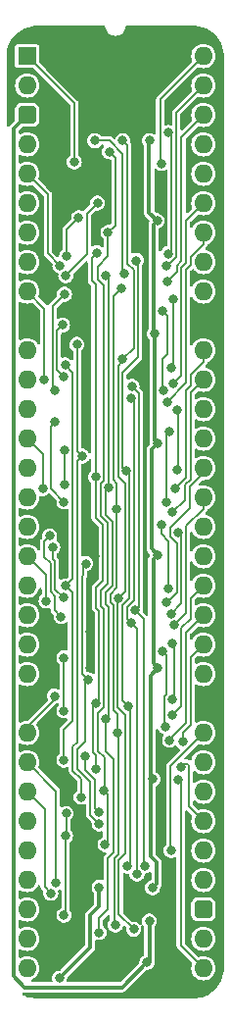
<source format=gbl>
%TF.GenerationSoftware,KiCad,Pcbnew,8.0.4*%
%TF.CreationDate,2024-08-14T11:45:42+02:00*%
%TF.ProjectId,Video Address Selector,56696465-6f20-4416-9464-726573732053,rev?*%
%TF.SameCoordinates,PX6d01460PY32de760*%
%TF.FileFunction,Copper,L2,Bot*%
%TF.FilePolarity,Positive*%
%FSLAX46Y46*%
G04 Gerber Fmt 4.6, Leading zero omitted, Abs format (unit mm)*
G04 Created by KiCad (PCBNEW 8.0.4) date 2024-08-14 11:45:42*
%MOMM*%
%LPD*%
G01*
G04 APERTURE LIST*
G04 Aperture macros list*
%AMRoundRect*
0 Rectangle with rounded corners*
0 $1 Rounding radius*
0 $2 $3 $4 $5 $6 $7 $8 $9 X,Y pos of 4 corners*
0 Add a 4 corners polygon primitive as box body*
4,1,4,$2,$3,$4,$5,$6,$7,$8,$9,$2,$3,0*
0 Add four circle primitives for the rounded corners*
1,1,$1+$1,$2,$3*
1,1,$1+$1,$4,$5*
1,1,$1+$1,$6,$7*
1,1,$1+$1,$8,$9*
0 Add four rect primitives between the rounded corners*
20,1,$1+$1,$2,$3,$4,$5,0*
20,1,$1+$1,$4,$5,$6,$7,0*
20,1,$1+$1,$6,$7,$8,$9,0*
20,1,$1+$1,$8,$9,$2,$3,0*%
G04 Aperture macros list end*
%TA.AperFunction,ComponentPad*%
%ADD10R,1.600000X1.600000*%
%TD*%
%TA.AperFunction,ComponentPad*%
%ADD11O,1.600000X1.600000*%
%TD*%
%TA.AperFunction,ComponentPad*%
%ADD12RoundRect,0.400000X-0.400000X-0.400000X0.400000X-0.400000X0.400000X0.400000X-0.400000X0.400000X0*%
%TD*%
%TA.AperFunction,ViaPad*%
%ADD13C,0.800000*%
%TD*%
%TA.AperFunction,Conductor*%
%ADD14C,0.380000*%
%TD*%
%TA.AperFunction,Conductor*%
%ADD15C,0.200000*%
%TD*%
G04 APERTURE END LIST*
D10*
%TO.P,J1,1,Pin_1*%
%TO.N,/C20*%
X0Y0D03*
D11*
%TO.P,J1,2,Pin_2*%
%TO.N,/C19*%
X0Y-2540000D03*
D12*
%TO.P,J1,3,Pin_3*%
%TO.N,/5V*%
X0Y-5080000D03*
D11*
%TO.P,J1,4,Pin_4*%
%TO.N,/C18*%
X0Y-7620000D03*
%TO.P,J1,5,Pin_5*%
%TO.N,/C17*%
X0Y-10160000D03*
%TO.P,J1,6,Pin_6*%
%TO.N,/C16*%
X0Y-12700000D03*
%TO.P,J1,7,Pin_7*%
%TO.N,/C15*%
X0Y-15240000D03*
%TO.P,J1,8,Pin_8*%
%TO.N,/C14*%
X0Y-17780000D03*
%TO.P,J1,9,Pin_9*%
%TO.N,/C13*%
X0Y-20320000D03*
D10*
%TO.P,J1,10,Pin_10*%
%TO.N,/GND*%
X0Y-22860000D03*
D11*
%TO.P,J1,11,Pin_11*%
%TO.N,/C12*%
X0Y-25400000D03*
%TO.P,J1,12,Pin_12*%
%TO.N,/C11*%
X0Y-27940000D03*
%TO.P,J1,13,Pin_13*%
%TO.N,/C10*%
X0Y-30480000D03*
%TO.P,J1,14,Pin_14*%
%TO.N,/C9*%
X0Y-33020000D03*
%TO.P,J1,15,Pin_15*%
%TO.N,/C8*%
X0Y-35560000D03*
%TO.P,J1,16,Pin_16*%
%TO.N,/C7*%
X0Y-38100000D03*
%TO.P,J1,17,Pin_17*%
%TO.N,/C6*%
X0Y-40640000D03*
%TO.P,J1,18,Pin_18*%
%TO.N,/C5*%
X0Y-43180000D03*
%TO.P,J1,19,Pin_19*%
%TO.N,/C4*%
X0Y-45720000D03*
%TO.P,J1,20,Pin_20*%
%TO.N,/C3*%
X0Y-48260000D03*
%TO.P,J1,21,Pin_21*%
%TO.N,/C2*%
X0Y-50800000D03*
%TO.P,J1,22,Pin_22*%
%TO.N,/C1*%
X0Y-53340000D03*
D10*
%TO.P,J1,23,Pin_23*%
%TO.N,/GND*%
X0Y-55880000D03*
D11*
%TO.P,J1,24,Pin_24*%
%TO.N,/C0*%
X0Y-58420000D03*
%TO.P,J1,25,Pin_25*%
%TO.N,/Last Pixel + 1*%
X0Y-60960000D03*
%TO.P,J1,26,Pin_26*%
%TO.N,/Advance Row*%
X0Y-63500000D03*
%TO.P,J1,27,Pin_27*%
%TO.N,/Write Address Bank*%
X0Y-66040000D03*
%TO.P,J1,28,Pin_28*%
%TO.N,/Write Address High*%
X0Y-68580000D03*
%TO.P,J1,29,Pin_29*%
%TO.N,/Write Address Low*%
X0Y-71120000D03*
%TO.P,J1,30,Pin_30*%
%TO.N,/D0*%
X0Y-73660000D03*
%TO.P,J1,31,Pin_31*%
%TO.N,/D1*%
X0Y-76200000D03*
%TO.P,J1,32,Pin_32*%
%TO.N,/D2*%
X0Y-78740000D03*
%TO.P,J1,33,Pin_33*%
%TO.N,/D3*%
X15240000Y-78740000D03*
%TO.P,J1,34,Pin_34*%
%TO.N,/D4*%
X15240000Y-76200000D03*
D12*
%TO.P,J1,35,Pin_35*%
%TO.N,/5V*%
X15240000Y-73660000D03*
D11*
%TO.P,J1,36,Pin_36*%
%TO.N,/D5*%
X15240000Y-71120000D03*
%TO.P,J1,37,Pin_37*%
%TO.N,/D6*%
X15240000Y-68580000D03*
%TO.P,J1,38,Pin_38*%
%TO.N,/D7*%
X15240000Y-66040000D03*
%TO.P,J1,39,Pin_39*%
%TO.N,/Latch Bank*%
X15240000Y-63500000D03*
%TO.P,J1,40,Pin_40*%
%TO.N,/Latch High*%
X15240000Y-60960000D03*
%TO.P,J1,41,Pin_41*%
%TO.N,/Latch Low*%
X15240000Y-58420000D03*
D10*
%TO.P,J1,42,Pin_42*%
%TO.N,/GND*%
X15240000Y-55880000D03*
D11*
%TO.P,J1,43,Pin_43*%
%TO.N,/L0*%
X15240000Y-53340000D03*
%TO.P,J1,44,Pin_44*%
%TO.N,/L1*%
X15240000Y-50800000D03*
%TO.P,J1,45,Pin_45*%
%TO.N,/L2*%
X15240000Y-48260000D03*
%TO.P,J1,46,Pin_46*%
%TO.N,/L3*%
X15240000Y-45720000D03*
%TO.P,J1,47,Pin_47*%
%TO.N,/L4*%
X15240000Y-43180000D03*
%TO.P,J1,48,Pin_48*%
%TO.N,/L5*%
X15240000Y-40640000D03*
%TO.P,J1,49,Pin_49*%
%TO.N,/L6*%
X15240000Y-38100000D03*
%TO.P,J1,50,Pin_50*%
%TO.N,/L7*%
X15240000Y-35560000D03*
%TO.P,J1,51,Pin_51*%
%TO.N,/L8*%
X15240000Y-33020000D03*
%TO.P,J1,52,Pin_52*%
%TO.N,/L9*%
X15240000Y-30480000D03*
%TO.P,J1,53,Pin_53*%
%TO.N,/L10*%
X15240000Y-27940000D03*
%TO.P,J1,54,Pin_54*%
%TO.N,/L11*%
X15240000Y-25400000D03*
D10*
%TO.P,J1,55,Pin_55*%
%TO.N,/GND*%
X15240000Y-22860000D03*
D11*
%TO.P,J1,56,Pin_56*%
%TO.N,/L12*%
X15240000Y-20320000D03*
%TO.P,J1,57,Pin_57*%
%TO.N,/L13*%
X15240000Y-17780000D03*
%TO.P,J1,58,Pin_58*%
%TO.N,/L14*%
X15240000Y-15240000D03*
%TO.P,J1,59,Pin_59*%
%TO.N,/L15*%
X15240000Y-12700000D03*
%TO.P,J1,60,Pin_60*%
%TO.N,/L16*%
X15240000Y-10160000D03*
%TO.P,J1,61,Pin_61*%
%TO.N,/L17*%
X15240000Y-7620000D03*
%TO.P,J1,62,Pin_62*%
%TO.N,/L18*%
X15240000Y-5080000D03*
%TO.P,J1,63,Pin_63*%
%TO.N,/L19*%
X15240000Y-2540000D03*
%TO.P,J1,64,Pin_64*%
%TO.N,/L20*%
X15240000Y0D03*
%TD*%
D13*
%TO.N,/GND*%
X5461000Y-52832000D03*
X3047998Y-43179998D03*
X3175000Y-39613000D03*
X5080000Y-33401000D03*
%TO.N,/5V*%
X10345027Y-78242862D03*
X10565169Y-74671153D03*
%TO.N,/GND*%
X6858000Y-14097000D03*
X5461000Y-49700000D03*
X5093311Y-24068000D03*
X4699000Y-68961000D03*
X5860000Y-43180000D03*
X6016003Y-11350003D03*
X5080000Y-30795982D03*
X11811000Y-73405988D03*
X3556003Y-62356999D03*
X3048000Y-77343000D03*
X11684000Y-10668000D03*
X11684000Y-13335000D03*
X12446000Y-77343000D03*
X2159000Y-53594000D03*
%TO.N,/3.3V*%
X11016500Y-23970500D03*
X10836592Y-71786996D03*
X11236785Y-14229430D03*
X10858500Y-62420500D03*
X11303000Y-43053000D03*
X6223000Y-71755000D03*
X2794000Y-79601000D03*
X11260801Y-33433701D03*
X11303000Y-52832000D03*
X10583775Y-7304000D03*
%TO.N,/LP\u00B7AR*%
X3175000Y-74168000D03*
X3302002Y-67310000D03*
X3360434Y-65381480D03*
%TO.N,/Write Address Low*%
X5272000Y-53847996D03*
X5052000Y-43815000D03*
X6223000Y-66294000D03*
%TO.N,/Latch Low*%
X12446000Y-68580000D03*
%TO.N,/Latch High*%
X6223000Y-65278000D03*
X5049459Y-60475686D03*
%TO.N,/Write Address High*%
X4665000Y-63974014D03*
X4290005Y-24894915D03*
X4745800Y-34544000D03*
%TO.N,/Write Address Bank*%
X7105550Y-8261450D03*
X6604000Y-63373000D03*
X6985000Y-15240000D03*
X6731000Y-68072000D03*
%TO.N,/C0*%
X2351020Y-55245000D03*
%TO.N,/D3*%
X13081000Y-62484000D03*
X5905143Y-36351261D03*
X5923000Y-55852522D03*
X6014375Y-16981550D03*
X5963387Y-61541659D03*
%TO.N,/L0*%
X3175000Y-51943000D03*
X3175000Y-56521000D03*
%TO.N,/D2*%
X6796000Y-18923000D03*
X6223000Y-75667943D03*
X7052000Y-37228979D03*
X6809309Y-57186887D03*
%TO.N,/L1*%
X13462000Y-59182000D03*
%TO.N,/L2*%
X12319000Y-59055000D03*
%TO.N,/D1*%
X7752000Y-39116000D03*
X8138684Y-20047412D03*
X7619240Y-75003561D03*
X7799273Y-58431382D03*
%TO.N,/C2*%
X11698842Y-51373000D03*
X11938000Y-57871000D03*
%TO.N,/L3*%
X12549044Y-56896000D03*
%TO.N,/D0*%
X8698000Y-56099628D03*
X8552000Y-35814000D03*
X9420455Y-17653413D03*
X8626919Y-69915000D03*
%TO.N,/C3*%
X12549040Y-55549009D03*
X12580903Y-50668779D03*
%TO.N,/D7*%
X3175315Y-60788371D03*
X3277590Y-45744410D03*
X13335000Y-61341000D03*
X3278004Y-26670000D03*
%TO.N,/L4*%
X3105217Y-46768201D03*
X2207998Y-42396375D03*
%TO.N,/C5*%
X1638905Y-47028050D03*
%TO.N,/D6*%
X9340260Y-47864056D03*
X9056991Y-28536345D03*
X10206306Y-69901094D03*
%TO.N,/L5*%
X1935214Y-41431392D03*
X2924072Y-48383928D03*
%TO.N,/L6*%
X12683177Y-49104469D03*
%TO.N,/D5*%
X8973828Y-48938175D03*
X9492117Y-70601051D03*
X8952000Y-29536348D03*
%TO.N,/C6*%
X13035000Y-41148000D03*
X12446000Y-48133000D03*
%TO.N,/L7*%
X12065000Y-47117000D03*
%TO.N,/D4*%
X8256991Y-26162780D03*
X7869000Y-46790276D03*
X9207500Y-75374500D03*
X8255004Y-7304000D03*
%TO.N,/C7*%
X12226370Y-45986550D03*
X11577719Y-40439396D03*
%TO.N,/L8*%
X3218000Y-36957000D03*
X3218000Y-34036000D03*
%TO.N,/C9*%
X1332000Y-37331412D03*
%TO.N,/L9*%
X3175000Y-38481000D03*
X2421459Y-31596000D03*
%TO.N,/L10*%
X12573000Y-39370000D03*
%TO.N,/C10*%
X12319000Y-32385000D03*
X12065000Y-38481000D03*
%TO.N,/L11*%
X12765000Y-37327719D03*
%TO.N,/C11*%
X12960223Y-30539496D03*
X12954000Y-35687000D03*
%TO.N,/L12*%
X3175000Y-27686000D03*
X3048000Y-23228000D03*
%TO.N,/C13*%
X1478000Y-27962225D03*
%TO.N,/L13*%
X2362323Y-28877943D03*
X3214167Y-20574000D03*
%TO.N,/L14*%
X12126543Y-29839496D03*
%TO.N,/C14*%
X11712000Y-22033229D03*
X11793592Y-28896549D03*
%TO.N,/L15*%
X12603150Y-28309503D03*
%TO.N,/C15*%
X12446000Y-26924000D03*
X12626929Y-21004702D03*
%TO.N,/L16*%
X4445000Y-13970000D03*
X3402954Y-17270111D03*
%TO.N,/C17*%
X2822000Y-18084050D03*
%TO.N,/L17*%
X6068000Y-12697125D03*
X3332424Y-18943976D03*
%TO.N,/L18*%
X12106169Y-19472169D03*
%TO.N,/C18*%
X5842000Y-7304000D03*
X8382000Y-18796000D03*
%TO.N,/L19*%
X12065000Y-18145003D03*
%TO.N,/C19*%
X12192000Y-17072000D03*
X12192004Y-6604000D03*
%TO.N,/C20*%
X4064000Y-9144000D03*
%TO.N,/L20*%
X11619000Y-9271010D03*
%TO.N,/Advance Row*%
X2032000Y-72263000D03*
%TO.N,/Last Pixel + 1*%
X2492687Y-71374000D03*
%TD*%
D14*
%TO.N,/3.3V*%
X11003582Y-23983418D02*
X11016500Y-23970500D01*
X11260801Y-33433701D02*
X11003582Y-33176482D01*
X10922000Y-14544215D02*
X10922000Y-23876000D01*
X11003582Y-33176482D02*
X11003582Y-23983418D01*
X10922000Y-23876000D02*
X11016500Y-23970500D01*
X11236785Y-14229430D02*
X10922000Y-14544215D01*
D15*
%TO.N,/L18*%
X12940000Y-18105686D02*
X12940000Y-18638338D01*
X13340000Y-6980000D02*
X13340000Y-17705686D01*
X13340000Y-17705686D02*
X12940000Y-18105686D01*
X15240000Y-5080000D02*
X13340000Y-6980000D01*
X12940000Y-18638338D02*
X12106169Y-19472169D01*
%TO.N,/L12*%
X2578000Y-23698000D02*
X3048000Y-23228000D01*
X2578000Y-27089000D02*
X2578000Y-23698000D01*
X3175000Y-27686000D02*
X2578000Y-27089000D01*
%TO.N,/L1*%
X14140000Y-51900000D02*
X14140000Y-57742000D01*
X14140000Y-57742000D02*
X13462000Y-58420000D01*
X15240000Y-50800000D02*
X14140000Y-51900000D01*
X13462000Y-58420000D02*
X13462000Y-59182000D01*
%TO.N,/L2*%
X13740000Y-49760000D02*
X15240000Y-48260000D01*
X12319000Y-58997314D02*
X13740000Y-57576314D01*
X12319000Y-59055000D02*
X12319000Y-58997314D01*
X13740000Y-57576314D02*
X13740000Y-49760000D01*
%TO.N,/Latch High*%
X5849992Y-64904992D02*
X5849992Y-62458955D01*
X5849992Y-62458955D02*
X5049459Y-61658422D01*
X6223000Y-65278000D02*
X5849992Y-64904992D01*
%TO.N,/Write Address Low*%
X5008385Y-59152665D02*
X5008385Y-54111611D01*
X5449991Y-65520991D02*
X5449991Y-62624640D01*
%TO.N,/Latch High*%
X5049459Y-61658422D02*
X5049459Y-60475686D01*
%TO.N,/Write Address High*%
X4665000Y-62405335D02*
X4665000Y-63974014D01*
X3949459Y-61689794D02*
X4665000Y-62405335D01*
X3949459Y-59619856D02*
X3949459Y-61689794D01*
%TO.N,/Write Address Low*%
X5449991Y-62624640D02*
X4349459Y-61524108D01*
%TO.N,/Write Address High*%
X4337000Y-59232315D02*
X3949459Y-59619856D01*
X4337000Y-34952800D02*
X4337000Y-59232315D01*
X4745800Y-34544000D02*
X4337000Y-34952800D01*
%TO.N,/Write Address Low*%
X4349459Y-61524108D02*
X4349459Y-59811591D01*
%TO.N,/D7*%
X3875002Y-46341822D02*
X3875002Y-57427998D01*
D14*
%TO.N,/GND*%
X3556003Y-64389003D02*
X3556003Y-62356999D01*
D15*
%TO.N,/Write Address Low*%
X5008385Y-54111611D02*
X5272000Y-53847996D01*
D14*
%TO.N,/GND*%
X4699000Y-68961000D02*
X4699000Y-65532000D01*
X4699000Y-65532000D02*
X3556003Y-64389003D01*
D15*
%TO.N,/D7*%
X3277590Y-45744410D02*
X3875002Y-46341822D01*
X3175315Y-58127685D02*
X3175315Y-60788371D01*
%TO.N,/Write Address Low*%
X6223000Y-66294000D02*
X5449991Y-65520991D01*
%TO.N,/D7*%
X3875002Y-57427998D02*
X3175315Y-58127685D01*
%TO.N,/Write Address Low*%
X4349459Y-59811591D02*
X5008385Y-59152665D01*
D14*
%TO.N,/GND*%
X5461000Y-49700000D02*
X5461000Y-52832000D01*
D15*
%TO.N,/D7*%
X3918000Y-27309996D02*
X3918000Y-45104000D01*
X3278004Y-26670000D02*
X3918000Y-27309996D01*
%TO.N,/L4*%
X2407898Y-46070882D02*
X3105217Y-46768201D01*
X2207998Y-43400659D02*
X2407898Y-43600559D01*
X2407898Y-43600559D02*
X2407898Y-46070882D01*
%TO.N,/D7*%
X3918000Y-45104000D02*
X3277590Y-45744410D01*
%TO.N,/L4*%
X2207998Y-42396375D02*
X2207998Y-43400659D01*
%TO.N,/L5*%
X1457998Y-41908608D02*
X1935214Y-41431392D01*
X1457998Y-43216345D02*
X1457998Y-41908608D01*
X2007898Y-43766245D02*
X1457998Y-43216345D01*
X2007898Y-46252138D02*
X2007898Y-43766245D01*
X2388905Y-46633145D02*
X2007898Y-46252138D01*
X2924072Y-48383928D02*
X2388905Y-47848761D01*
X2388905Y-47848761D02*
X2388905Y-46633145D01*
%TO.N,/C5*%
X1607898Y-46997043D02*
X1638905Y-47028050D01*
X0Y-43180000D02*
X1607898Y-44787898D01*
X1607898Y-44787898D02*
X1607898Y-46997043D01*
D14*
%TO.N,/GND*%
X3047998Y-39740002D02*
X3047998Y-43179998D01*
X3175000Y-39613000D02*
X3047998Y-39740002D01*
D15*
%TO.N,/C7*%
X12226370Y-45986550D02*
X12226369Y-41895005D01*
X11577719Y-41246355D02*
X11577719Y-40439396D01*
X12226369Y-41895005D02*
X11577719Y-41246355D01*
%TO.N,/L9*%
X2032000Y-37338000D02*
X3175000Y-38481000D01*
X2032000Y-31985459D02*
X2032000Y-37338000D01*
X2421459Y-31596000D02*
X2032000Y-31985459D01*
D14*
%TO.N,/GND*%
X5080000Y-33401000D02*
X5080000Y-30795982D01*
D15*
%TO.N,/Write Address High*%
X4318000Y-34116200D02*
X4745800Y-34544000D01*
X4290005Y-24894915D02*
X4318000Y-24922910D01*
X4318000Y-24922910D02*
X4318000Y-34116200D01*
D14*
%TO.N,/3.3V*%
X5433000Y-76962000D02*
X5433000Y-74196000D01*
X5433000Y-74196000D02*
X6223000Y-73406000D01*
X6223000Y-73406000D02*
X6223000Y-71755000D01*
X2794000Y-79601000D02*
X5433000Y-76962000D01*
D15*
%TO.N,/D2*%
X6973000Y-69253858D02*
X6973000Y-73672000D01*
X6223000Y-74422000D02*
X6223000Y-75667943D01*
X7493000Y-68733858D02*
X6973000Y-69253858D01*
X6973000Y-73672000D02*
X6223000Y-74422000D01*
X7493000Y-60706000D02*
X7493000Y-68733858D01*
X6809309Y-60022309D02*
X7493000Y-60706000D01*
X6809309Y-57186887D02*
X6809309Y-60022309D01*
D14*
%TO.N,/3.3V*%
X10668000Y-53467000D02*
X10668000Y-62230000D01*
X10668000Y-62230000D02*
X10858500Y-62420500D01*
X11303000Y-52832000D02*
X10668000Y-53467000D01*
D15*
%TO.N,/D6*%
X10108500Y-48632296D02*
X9340260Y-47864056D01*
X10108500Y-69803288D02*
X10108500Y-48632296D01*
X10206306Y-69901094D02*
X10108500Y-69803288D01*
D14*
%TO.N,/3.3V*%
X11176000Y-69596000D02*
X10668000Y-69088000D01*
X11176000Y-71447588D02*
X11176000Y-69596000D01*
X10836592Y-71786996D02*
X11176000Y-71447588D01*
X10668000Y-69088000D02*
X10668000Y-62611000D01*
X10668000Y-62611000D02*
X10858500Y-62420500D01*
D15*
%TO.N,/D5*%
X9492117Y-49456464D02*
X9492117Y-70601051D01*
X8973828Y-48938175D02*
X9492117Y-49456464D01*
D14*
%TO.N,/5V*%
X-233446Y-80391000D02*
X8196889Y-80391000D01*
X10565169Y-78022720D02*
X10565169Y-74671153D01*
X10345027Y-78242862D02*
X10565169Y-78022720D01*
X-1190000Y-79434446D02*
X-233446Y-80391000D01*
X8196889Y-80391000D02*
X10345027Y-78242862D01*
X0Y-5080000D02*
X-1190000Y-6270000D01*
X-1190000Y-6270000D02*
X-1190000Y-79434446D01*
%TO.N,/GND*%
X4699000Y-68961000D02*
X4699000Y-75692000D01*
X2159000Y-53721000D02*
X0Y-55880000D01*
X5461000Y-45085000D02*
X5860000Y-44686000D01*
X5860000Y-44686000D02*
X5860000Y-43180000D01*
X11684000Y-13335000D02*
X11684000Y-10668000D01*
X6858000Y-14097000D02*
X6858000Y-12192000D01*
X5461000Y-49700000D02*
X5461000Y-45085000D01*
X11811000Y-76708000D02*
X11811000Y-73405988D01*
X2159000Y-53594000D02*
X2159000Y-53721000D01*
X5080000Y-24081311D02*
X5093311Y-24068000D01*
X5080000Y-30795982D02*
X5080000Y-24081311D01*
X4699000Y-75692000D02*
X3048000Y-77343000D01*
X12446000Y-77343000D02*
X11811000Y-76708000D01*
X6858000Y-12192000D02*
X6016003Y-11350003D01*
%TO.N,/3.3V*%
X11303000Y-43053000D02*
X10773812Y-42523812D01*
X10908842Y-43447158D02*
X10908842Y-52437842D01*
X10773812Y-42523812D02*
X10773812Y-33920690D01*
X10773812Y-33920690D02*
X11260801Y-33433701D01*
X10908842Y-52437842D02*
X11303000Y-52832000D01*
X10541000Y-7346775D02*
X10541000Y-13533645D01*
X10583775Y-7304000D02*
X10541000Y-7346775D01*
X11303000Y-43053000D02*
X10908842Y-43447158D01*
X10541000Y-13533645D02*
X11236785Y-14229430D01*
D15*
%TO.N,/LP\u00B7AR*%
X3360434Y-67251568D02*
X3302002Y-67310000D01*
X3360434Y-65381480D02*
X3360434Y-67251568D01*
X3332422Y-74010578D02*
X3332422Y-67340420D01*
X3332422Y-67340420D02*
X3302002Y-67310000D01*
X3175000Y-74168000D02*
X3332422Y-74010578D01*
%TO.N,/Write Address Low*%
X4737000Y-53312996D02*
X4737000Y-44909035D01*
X4737000Y-44909035D02*
X4844000Y-44802036D01*
X4844000Y-44802036D02*
X4844000Y-44023000D01*
X4844000Y-44023000D02*
X5052000Y-43815000D01*
X5272000Y-53847996D02*
X4737000Y-53312996D01*
%TO.N,/Latch Low*%
X12381000Y-61279000D02*
X12381000Y-68515000D01*
X12381000Y-68515000D02*
X12446000Y-68580000D01*
X15240000Y-58420000D02*
X12381000Y-61279000D01*
%TO.N,/Write Address Bank*%
X7620000Y-14605000D02*
X7620000Y-8775900D01*
X6623000Y-47713315D02*
X6623000Y-56192592D01*
X6923000Y-63692000D02*
X6923000Y-67880000D01*
X6096000Y-19315495D02*
X6611833Y-19831328D01*
X6623000Y-56192592D02*
X6109309Y-56706283D01*
X6960000Y-40335636D02*
X6960000Y-45548686D01*
X6663387Y-60533978D02*
X6663387Y-63313613D01*
X6985000Y-15240000D02*
X6985000Y-17304791D01*
X6923000Y-67880000D02*
X6731000Y-68072000D01*
X6960000Y-45548686D02*
X6369000Y-46139686D01*
X6369000Y-47459313D02*
X6623000Y-47713315D01*
X6352000Y-39727636D02*
X6960000Y-40335636D01*
X6611833Y-19831328D02*
X6611833Y-36679196D01*
X6369000Y-46139686D02*
X6369000Y-47459313D01*
X6604000Y-63373000D02*
X6923000Y-63692000D01*
X6352000Y-36939029D02*
X6352000Y-39727636D01*
X6611833Y-36679196D02*
X6352000Y-36939029D01*
X7620000Y-8775900D02*
X7105550Y-8261450D01*
X6109309Y-59979900D02*
X6663387Y-60533978D01*
X6096000Y-18193791D02*
X6096000Y-19315495D01*
X6985000Y-15240000D02*
X7620000Y-14605000D01*
X6663387Y-63313613D02*
X6604000Y-63373000D01*
X6109309Y-56706283D02*
X6109309Y-59979900D01*
X6985000Y-17304791D02*
X6096000Y-18193791D01*
%TO.N,/C0*%
X0Y-57912000D02*
X2351020Y-55560980D01*
X2351020Y-55560980D02*
X2351020Y-55245000D01*
%TO.N,/D3*%
X5969000Y-45847000D02*
X6560000Y-45256000D01*
X5905143Y-19690324D02*
X5905143Y-36351261D01*
X5923000Y-55852522D02*
X6223000Y-55552522D01*
X5923000Y-55852522D02*
X5709309Y-56066213D01*
X6014375Y-16981550D02*
X5593455Y-17402470D01*
X6560000Y-45256000D02*
X6560000Y-40501322D01*
X5709309Y-56066213D02*
X5709309Y-60145586D01*
X6223000Y-47879000D02*
X5969000Y-47624998D01*
X5709309Y-60145586D02*
X5963387Y-60399664D01*
X6223000Y-55552522D02*
X6223000Y-47879000D01*
X5593455Y-19378636D02*
X5905143Y-19690324D01*
X6560000Y-40501322D02*
X5905143Y-39846465D01*
X15240000Y-78740000D02*
X13270000Y-76770000D01*
X5593455Y-17402470D02*
X5593455Y-19378636D01*
X5905143Y-39846465D02*
X5905143Y-36351261D01*
X13270000Y-76770000D02*
X13270000Y-62673000D01*
X13270000Y-62673000D02*
X13081000Y-62484000D01*
X5963387Y-60399664D02*
X5963387Y-61541659D01*
X5969000Y-47624998D02*
X5969000Y-45847000D01*
%TO.N,/L0*%
X3175000Y-56521000D02*
X3175000Y-51943000D01*
%TO.N,/D2*%
X7360000Y-45714372D02*
X7360000Y-40169951D01*
X6769000Y-46305372D02*
X7360000Y-45714372D01*
X6769000Y-37511979D02*
X7052000Y-37228979D01*
X6769000Y-39578951D02*
X6769000Y-37511979D01*
X7052000Y-19179000D02*
X6796000Y-18923000D01*
X6769000Y-47293628D02*
X6769000Y-46305372D01*
X6809309Y-57186887D02*
X7023000Y-56973196D01*
X7023000Y-47547629D02*
X6769000Y-47293628D01*
X7023000Y-56973196D02*
X7023000Y-47547629D01*
X7360000Y-40169951D02*
X6769000Y-39578951D01*
X7052000Y-37228979D02*
X7052000Y-19179000D01*
%TO.N,/D1*%
X7760000Y-45880057D02*
X7760000Y-39124000D01*
X7423000Y-47381944D02*
X7169000Y-47127943D01*
X8138684Y-20047412D02*
X7452000Y-20734096D01*
X7452000Y-20734096D02*
X7452000Y-36604050D01*
X7169000Y-46471057D02*
X7760000Y-45880057D01*
X7799273Y-56821273D02*
X7423000Y-56445000D01*
X7760000Y-39124000D02*
X7752000Y-39116000D01*
X7169000Y-47127943D02*
X7169000Y-46471057D01*
X7893000Y-68899544D02*
X7515545Y-69276999D01*
X7799273Y-58431382D02*
X7893000Y-58525109D01*
X7893000Y-58525109D02*
X7893000Y-68899544D01*
X7452000Y-36604050D02*
X7752000Y-36904050D01*
X7799273Y-58431382D02*
X7799273Y-56821273D01*
X7423000Y-56445000D02*
X7423000Y-47381944D01*
X7515545Y-74899866D02*
X7619240Y-75003561D01*
X7515545Y-69276999D02*
X7515545Y-74899866D01*
X7752000Y-36904050D02*
X7752000Y-39116000D01*
%TO.N,/C2*%
X11938000Y-57871000D02*
X11849040Y-57782040D01*
X12013597Y-55094502D02*
X12013597Y-51687755D01*
X12013597Y-51687755D02*
X11698842Y-51373000D01*
X11849040Y-57782040D02*
X11849040Y-55259059D01*
X11849040Y-55259059D02*
X12013597Y-55094502D01*
%TO.N,/L3*%
X13340000Y-49391956D02*
X14135000Y-48596956D01*
X13340000Y-56105044D02*
X13340000Y-49391956D01*
X14135000Y-48596956D02*
X14135000Y-46825000D01*
X12549044Y-56896000D02*
X13340000Y-56105044D01*
X14135000Y-46825000D02*
X15240000Y-45720000D01*
%TO.N,/D0*%
X8252000Y-35514000D02*
X8552000Y-35814000D01*
X9420455Y-17653413D02*
X9609000Y-17841958D01*
X8852000Y-46796681D02*
X8852000Y-36114000D01*
X8899273Y-56300901D02*
X8899273Y-69642646D01*
X8236000Y-55637628D02*
X8236000Y-47412681D01*
X8252000Y-27327686D02*
X8252000Y-35514000D01*
X9609000Y-25970686D02*
X8252000Y-27327686D01*
X8698000Y-56099628D02*
X8899273Y-56300901D01*
X8698000Y-56099628D02*
X8236000Y-55637628D01*
X8899273Y-69642646D02*
X8626919Y-69915000D01*
X8852000Y-36114000D02*
X8552000Y-35814000D01*
X8236000Y-47412681D02*
X8852000Y-46796681D01*
X9609000Y-17841958D02*
X9609000Y-25970686D01*
%TO.N,/C3*%
X12730166Y-50818042D02*
X12580903Y-50668779D01*
X12730166Y-55367883D02*
X12730166Y-50818042D01*
X12549040Y-55549009D02*
X12730166Y-55367883D01*
%TO.N,/D7*%
X15240000Y-66040000D02*
X13970000Y-64770000D01*
X13970000Y-61214000D02*
X13843000Y-61087000D01*
X13970000Y-64770000D02*
X13970000Y-61214000D01*
X13843000Y-61087000D02*
X13589000Y-61087000D01*
X13589000Y-61087000D02*
X13335000Y-61341000D01*
%TO.N,/D6*%
X9340260Y-47864056D02*
X9652000Y-47552316D01*
X9652000Y-47552316D02*
X9652000Y-29131354D01*
X9652000Y-29131354D02*
X9056991Y-28536345D01*
%TO.N,/L6*%
X13735000Y-40589365D02*
X13735000Y-48052646D01*
X15240000Y-38100000D02*
X15240000Y-39084365D01*
X13735000Y-48052646D02*
X12683177Y-49104469D01*
X15240000Y-39084365D02*
X13735000Y-40589365D01*
%TO.N,/D5*%
X8952000Y-29536348D02*
X9252000Y-29836348D01*
X9252000Y-46962366D02*
X8640260Y-47574106D01*
X8640260Y-48604607D02*
X8973828Y-48938175D01*
X8640260Y-47574106D02*
X8640260Y-48604607D01*
X9252000Y-29836348D02*
X9252000Y-46962366D01*
%TO.N,/C6*%
X12446000Y-48133000D02*
X13335000Y-47244000D01*
X13335000Y-41448000D02*
X13035000Y-41148000D01*
X13335000Y-47244000D02*
X13335000Y-41448000D01*
%TO.N,/L7*%
X12935000Y-42037950D02*
X12335000Y-41437950D01*
X12065000Y-47117000D02*
X12107164Y-47117000D01*
X12335000Y-40751000D02*
X14035000Y-39051000D01*
X12335000Y-41437950D02*
X12335000Y-40751000D01*
X14035000Y-37189090D02*
X15240000Y-35984090D01*
X12935000Y-46289164D02*
X12935000Y-42037950D01*
X12107164Y-47117000D02*
X12935000Y-46289164D01*
X14035000Y-39051000D02*
X14035000Y-37189090D01*
%TO.N,/D4*%
X8256991Y-26333066D02*
X7852000Y-26738057D01*
X9209000Y-25210771D02*
X9209000Y-18480000D01*
X8452000Y-36903451D02*
X8452000Y-46207276D01*
X8452000Y-46207276D02*
X7869000Y-46790276D01*
X8671950Y-7720946D02*
X8255004Y-7304000D01*
X7852000Y-36303451D02*
X8452000Y-36903451D01*
X9209000Y-18480000D02*
X8671950Y-17942950D01*
X8671950Y-17942950D02*
X8671950Y-7720946D01*
X8256991Y-26162780D02*
X9209000Y-25210771D01*
X7823000Y-46836276D02*
X7823000Y-56231187D01*
X8256991Y-26162780D02*
X8256991Y-26333066D01*
X7852000Y-26738057D02*
X7852000Y-36303451D01*
X7926919Y-69431310D02*
X7926919Y-74093919D01*
X7869000Y-46790276D02*
X7823000Y-46836276D01*
X7926919Y-74093919D02*
X9207500Y-75374500D01*
X7823000Y-56231187D02*
X8499273Y-56907460D01*
X8499273Y-56907460D02*
X8499273Y-68858956D01*
X8499273Y-68858956D02*
X7926919Y-69431310D01*
%TO.N,/L8*%
X3218000Y-34036000D02*
X3218000Y-36957000D01*
%TO.N,/C9*%
X0Y-33020000D02*
X1332000Y-34352000D01*
X1332000Y-34352000D02*
X1332000Y-37331412D01*
%TO.N,/L10*%
X14116000Y-29064000D02*
X14116000Y-36542405D01*
X14116000Y-36542405D02*
X13627000Y-37031404D01*
X15240000Y-27940000D02*
X14116000Y-29064000D01*
X13627000Y-38316000D02*
X12573000Y-39370000D01*
X13627000Y-37031404D02*
X13627000Y-38316000D01*
%TO.N,/C10*%
X12065000Y-38481000D02*
X12065000Y-32639000D01*
X12065000Y-32639000D02*
X12319000Y-32385000D01*
%TO.N,/L11*%
X14140000Y-28474316D02*
X13716000Y-28898316D01*
X13716000Y-28898316D02*
X13716000Y-36376719D01*
X15240000Y-25400000D02*
X15240000Y-26384365D01*
X15240000Y-26384365D02*
X14140000Y-27484365D01*
X13716000Y-36376719D02*
X12765000Y-37327719D01*
X14140000Y-27484365D02*
X14140000Y-28474316D01*
%TO.N,/C11*%
X13019000Y-35622000D02*
X13019000Y-30598273D01*
X12954000Y-35687000D02*
X13019000Y-35622000D01*
X13019000Y-30598273D02*
X12960223Y-30539496D01*
%TO.N,/C13*%
X0Y-20320000D02*
X1478000Y-21798000D01*
X1478000Y-21798000D02*
X1478000Y-27962225D01*
%TO.N,/L13*%
X2362323Y-28877943D02*
X2178000Y-28693620D01*
X2178000Y-28693620D02*
X2178000Y-21610167D01*
X2178000Y-21610167D02*
X3214167Y-20574000D01*
%TO.N,/L14*%
X14140000Y-18037058D02*
X13740000Y-18437058D01*
X13740000Y-18437058D02*
X13740000Y-28226039D01*
X13740000Y-28226039D02*
X12126543Y-29839496D01*
X15240000Y-16224365D02*
X14140000Y-17324365D01*
X15240000Y-15240000D02*
X15240000Y-16224365D01*
X14140000Y-17324365D02*
X14140000Y-18037058D01*
%TO.N,/C14*%
X12085894Y-25760106D02*
X12085894Y-22407123D01*
X11684000Y-28786957D02*
X11684000Y-26162000D01*
X11793592Y-28896549D02*
X11684000Y-28786957D01*
X11684000Y-26162000D02*
X12085894Y-25760106D01*
X12085894Y-22407123D02*
X11712000Y-22033229D01*
%TO.N,/L15*%
X13740000Y-14200000D02*
X13740000Y-17871373D01*
X15240000Y-12700000D02*
X13740000Y-14200000D01*
X13740000Y-17871373D02*
X13340000Y-18271373D01*
X13340000Y-18271373D02*
X13340000Y-27572653D01*
X13340000Y-27572653D02*
X12603150Y-28309503D01*
%TO.N,/C15*%
X12640000Y-26730000D02*
X12640000Y-21017773D01*
X12446000Y-26924000D02*
X12640000Y-26730000D01*
X12640000Y-21017773D02*
X12626929Y-21004702D01*
%TO.N,/L16*%
X4445000Y-13970000D02*
X3402954Y-15012046D01*
X3402954Y-15012046D02*
X3402954Y-17270111D01*
%TO.N,/C17*%
X1778000Y-17040050D02*
X2822000Y-18084050D01*
X1778000Y-11938000D02*
X1778000Y-17040050D01*
X0Y-10160000D02*
X1778000Y-11938000D01*
%TO.N,/L17*%
X6068000Y-12697125D02*
X5182225Y-13582900D01*
X5182225Y-17094175D02*
X3332424Y-18943976D01*
X5182225Y-13582900D02*
X5182225Y-17094175D01*
%TO.N,/C18*%
X8255000Y-18669000D02*
X8255000Y-8420950D01*
X7138050Y-7304000D02*
X5842000Y-7304000D01*
X8255000Y-8420950D02*
X7138050Y-7304000D01*
X8382000Y-18796000D02*
X8255000Y-18669000D01*
%TO.N,/L19*%
X15240000Y-2540000D02*
X12892000Y-4888000D01*
X12108947Y-18145003D02*
X12065000Y-18145003D01*
X12892000Y-17361950D02*
X12108947Y-18145003D01*
X12892000Y-4888000D02*
X12892000Y-17361950D01*
%TO.N,/C19*%
X12492000Y-16772000D02*
X12192000Y-17072000D01*
X12492000Y-6903996D02*
X12492000Y-16772000D01*
X12192004Y-6604000D02*
X12492000Y-6903996D01*
%TO.N,/C20*%
X0Y0D02*
X4064000Y-4064000D01*
X4064000Y-4064000D02*
X4064000Y-9144000D01*
%TO.N,/L20*%
X11492000Y-3748000D02*
X11492000Y-9144010D01*
X11492000Y-9144010D02*
X11619000Y-9271010D01*
X15240000Y0D02*
X11492000Y-3748000D01*
%TO.N,/Advance Row*%
X1505000Y-65005000D02*
X1505000Y-71736000D01*
X0Y-63500000D02*
X1505000Y-65005000D01*
X1505000Y-71736000D02*
X2032000Y-72263000D01*
%TO.N,/Last Pixel + 1*%
X0Y-60960000D02*
X2492687Y-63452687D01*
X2492687Y-63452687D02*
X2492687Y-71374000D01*
%TD*%
%TA.AperFunction,Conductor*%
%TO.N,/GND*%
G36*
X1651000Y-81353732D02*
G01*
X836670Y-81353732D01*
X834848Y-81353719D01*
X684350Y-81351508D01*
X671227Y-81350617D01*
X371594Y-81314239D01*
X356865Y-81311540D01*
X64683Y-81239527D01*
X50387Y-81235072D01*
X-230977Y-81128367D01*
X-244631Y-81122222D01*
X-353096Y-81065297D01*
X-403309Y-81016713D01*
X-419285Y-80948695D01*
X-395951Y-80882837D01*
X-340715Y-80840049D01*
X-295472Y-80831500D01*
X1651000Y-80831500D01*
X1651000Y-81353732D01*
G37*
%TD.AperFunction*%
%TA.AperFunction,Conductor*%
G36*
X1103922Y-71583675D02*
G01*
X1146290Y-71639233D01*
X1154500Y-71683601D01*
X1154500Y-71782145D01*
X1166912Y-71828469D01*
X1178384Y-71871283D01*
X1178387Y-71871290D01*
X1224527Y-71951208D01*
X1224531Y-71951213D01*
X1351309Y-72077991D01*
X1384794Y-72139314D01*
X1386724Y-72180617D01*
X1376722Y-72262999D01*
X1376722Y-72263000D01*
X1395762Y-72419818D01*
X1451780Y-72567523D01*
X1541517Y-72697530D01*
X1651000Y-72794522D01*
X1651000Y-79950500D01*
X458835Y-79950500D01*
X391796Y-79930815D01*
X346041Y-79878011D01*
X336097Y-79808853D01*
X365122Y-79745297D01*
X400381Y-79717142D01*
X423248Y-79704919D01*
X586450Y-79617685D01*
X746410Y-79486410D01*
X877685Y-79326450D01*
X975232Y-79143954D01*
X1035300Y-78945934D01*
X1055583Y-78740000D01*
X1035300Y-78534066D01*
X975232Y-78336046D01*
X877685Y-78153550D01*
X825702Y-78090209D01*
X746410Y-77993589D01*
X628677Y-77896969D01*
X586450Y-77862315D01*
X403954Y-77764768D01*
X205934Y-77704700D01*
X205932Y-77704699D01*
X205934Y-77704699D01*
X0Y-77684417D01*
X-205933Y-77704699D01*
X-403959Y-77764769D01*
X-567047Y-77851943D01*
X-635449Y-77866185D01*
X-700693Y-77841185D01*
X-742064Y-77784880D01*
X-749500Y-77742585D01*
X-749500Y-77197414D01*
X-729815Y-77130375D01*
X-677011Y-77084620D01*
X-607853Y-77074676D01*
X-567050Y-77088054D01*
X-403954Y-77175232D01*
X-205934Y-77235300D01*
X-205935Y-77235300D01*
X-187471Y-77237118D01*
X0Y-77255583D01*
X205934Y-77235300D01*
X403954Y-77175232D01*
X586450Y-77077685D01*
X746410Y-76946410D01*
X877685Y-76786450D01*
X975232Y-76603954D01*
X1035300Y-76405934D01*
X1055583Y-76200000D01*
X1035300Y-75994066D01*
X975232Y-75796046D01*
X877685Y-75613550D01*
X825702Y-75550209D01*
X746410Y-75453589D01*
X628677Y-75356969D01*
X586450Y-75322315D01*
X403954Y-75224768D01*
X205934Y-75164700D01*
X205932Y-75164699D01*
X205934Y-75164699D01*
X0Y-75144417D01*
X-205933Y-75164699D01*
X-403959Y-75224769D01*
X-567047Y-75311943D01*
X-635449Y-75326185D01*
X-700693Y-75301185D01*
X-742064Y-75244880D01*
X-749500Y-75202585D01*
X-749500Y-74657414D01*
X-729815Y-74590375D01*
X-677011Y-74544620D01*
X-607853Y-74534676D01*
X-567050Y-74548054D01*
X-403954Y-74635232D01*
X-205934Y-74695300D01*
X-205935Y-74695300D01*
X-187471Y-74697118D01*
X0Y-74715583D01*
X205934Y-74695300D01*
X403954Y-74635232D01*
X586450Y-74537685D01*
X746410Y-74406410D01*
X877685Y-74246450D01*
X975232Y-74063954D01*
X1035300Y-73865934D01*
X1055583Y-73660000D01*
X1035300Y-73454066D01*
X975232Y-73256046D01*
X877685Y-73073550D01*
X825702Y-73010209D01*
X746410Y-72913589D01*
X601323Y-72794521D01*
X586450Y-72782315D01*
X403954Y-72684768D01*
X205934Y-72624700D01*
X205932Y-72624699D01*
X205934Y-72624699D01*
X0Y-72604417D01*
X-205933Y-72624699D01*
X-403959Y-72684769D01*
X-567047Y-72771943D01*
X-635449Y-72786185D01*
X-700693Y-72761185D01*
X-742064Y-72704880D01*
X-749500Y-72662585D01*
X-749500Y-72117414D01*
X-729815Y-72050375D01*
X-677011Y-72004620D01*
X-607853Y-71994676D01*
X-567050Y-72008054D01*
X-403954Y-72095232D01*
X-205934Y-72155300D01*
X-205935Y-72155300D01*
X-187471Y-72157118D01*
X0Y-72175583D01*
X205934Y-72155300D01*
X403954Y-72095232D01*
X586450Y-71997685D01*
X746410Y-71866410D01*
X877685Y-71706450D01*
X921142Y-71625147D01*
X970104Y-71575303D01*
X1038242Y-71559843D01*
X1103922Y-71583675D01*
G37*
%TD.AperFunction*%
%TA.AperFunction,Conductor*%
G36*
X1651000Y-62115318D02*
G01*
X1010191Y-61474509D01*
X976706Y-61413186D01*
X979210Y-61350837D01*
X1035300Y-61165934D01*
X1055583Y-60960000D01*
X1035300Y-60754066D01*
X975232Y-60556046D01*
X877685Y-60373550D01*
X825702Y-60310209D01*
X746410Y-60213589D01*
X628677Y-60116969D01*
X586450Y-60082315D01*
X403954Y-59984768D01*
X205934Y-59924700D01*
X205932Y-59924699D01*
X205934Y-59924699D01*
X0Y-59904417D01*
X-205933Y-59924699D01*
X-403959Y-59984769D01*
X-567047Y-60071943D01*
X-635449Y-60086185D01*
X-700693Y-60061185D01*
X-742064Y-60004880D01*
X-749500Y-59962585D01*
X-749500Y-59417414D01*
X-729815Y-59350375D01*
X-677011Y-59304620D01*
X-607853Y-59294676D01*
X-567050Y-59308054D01*
X-403954Y-59395232D01*
X-205934Y-59455300D01*
X-205935Y-59455300D01*
X-187471Y-59457118D01*
X0Y-59475583D01*
X205934Y-59455300D01*
X403954Y-59395232D01*
X586450Y-59297685D01*
X746410Y-59166410D01*
X877685Y-59006450D01*
X975232Y-58823954D01*
X1035300Y-58625934D01*
X1055583Y-58420000D01*
X1035300Y-58214066D01*
X975232Y-58016046D01*
X877685Y-57833550D01*
X812153Y-57753699D01*
X784841Y-57689390D01*
X796632Y-57620522D01*
X820323Y-57587357D01*
X1651000Y-56756681D01*
X1651000Y-62115318D01*
G37*
%TD.AperFunction*%
%TA.AperFunction,Conductor*%
G36*
X1185914Y-45917385D02*
G01*
X1238307Y-45963609D01*
X1257398Y-46029715D01*
X1257398Y-46441168D01*
X1237713Y-46508207D01*
X1215625Y-46533983D01*
X1148423Y-46593518D01*
X1058686Y-46723525D01*
X1058685Y-46723526D01*
X1002667Y-46871231D01*
X983627Y-47028049D01*
X983627Y-47028050D01*
X1002667Y-47184868D01*
X1017774Y-47224700D01*
X1058685Y-47332573D01*
X1148422Y-47462580D01*
X1266665Y-47567333D01*
X1266667Y-47567334D01*
X1406539Y-47640746D01*
X1559919Y-47678550D01*
X1651000Y-47678550D01*
X1651000Y-55765317D01*
X88219Y-57328098D01*
X26896Y-57361583D01*
X538Y-57364417D01*
X1Y-57364417D01*
X0Y-57364417D01*
X-20282Y-57366414D01*
X-205933Y-57384699D01*
X-403959Y-57444769D01*
X-567047Y-57531943D01*
X-635449Y-57546185D01*
X-700693Y-57521185D01*
X-742064Y-57464880D01*
X-749500Y-57422585D01*
X-749500Y-54337414D01*
X-729815Y-54270375D01*
X-677011Y-54224620D01*
X-607853Y-54214676D01*
X-567050Y-54228054D01*
X-403954Y-54315232D01*
X-205934Y-54375300D01*
X-205935Y-54375300D01*
X-187471Y-54377118D01*
X0Y-54395583D01*
X205934Y-54375300D01*
X403954Y-54315232D01*
X586450Y-54217685D01*
X746410Y-54086410D01*
X877685Y-53926450D01*
X975232Y-53743954D01*
X1035300Y-53545934D01*
X1055583Y-53340000D01*
X1035300Y-53134066D01*
X975232Y-52936046D01*
X877685Y-52753550D01*
X825702Y-52690209D01*
X746410Y-52593589D01*
X628677Y-52496969D01*
X586450Y-52462315D01*
X403954Y-52364768D01*
X205934Y-52304700D01*
X205932Y-52304699D01*
X205934Y-52304699D01*
X0Y-52284417D01*
X-205933Y-52304699D01*
X-403959Y-52364769D01*
X-567047Y-52451943D01*
X-635449Y-52466185D01*
X-700693Y-52441185D01*
X-742064Y-52384880D01*
X-749500Y-52342585D01*
X-749500Y-51797414D01*
X-729815Y-51730375D01*
X-677011Y-51684620D01*
X-607853Y-51674676D01*
X-567050Y-51688054D01*
X-403954Y-51775232D01*
X-205934Y-51835300D01*
X-205935Y-51835300D01*
X-187471Y-51837118D01*
X0Y-51855583D01*
X205934Y-51835300D01*
X403954Y-51775232D01*
X586450Y-51677685D01*
X746410Y-51546410D01*
X877685Y-51386450D01*
X975232Y-51203954D01*
X1035300Y-51005934D01*
X1055583Y-50800000D01*
X1035300Y-50594066D01*
X975232Y-50396046D01*
X877685Y-50213550D01*
X825702Y-50150209D01*
X746410Y-50053589D01*
X628677Y-49956969D01*
X586450Y-49922315D01*
X403954Y-49824768D01*
X205934Y-49764700D01*
X205932Y-49764699D01*
X205934Y-49764699D01*
X0Y-49744417D01*
X-205933Y-49764699D01*
X-403959Y-49824769D01*
X-567047Y-49911943D01*
X-635449Y-49926185D01*
X-700693Y-49901185D01*
X-742064Y-49844880D01*
X-749500Y-49802585D01*
X-749500Y-49257414D01*
X-729815Y-49190375D01*
X-677011Y-49144620D01*
X-607853Y-49134676D01*
X-567050Y-49148054D01*
X-403954Y-49235232D01*
X-205934Y-49295300D01*
X-205935Y-49295300D01*
X-187471Y-49297118D01*
X0Y-49315583D01*
X205934Y-49295300D01*
X403954Y-49235232D01*
X586450Y-49137685D01*
X746410Y-49006410D01*
X877685Y-48846450D01*
X975232Y-48663954D01*
X1035300Y-48465934D01*
X1055583Y-48260000D01*
X1035300Y-48054066D01*
X975232Y-47856046D01*
X877685Y-47673550D01*
X825702Y-47610209D01*
X746410Y-47513589D01*
X628677Y-47416969D01*
X586450Y-47382315D01*
X403954Y-47284768D01*
X205934Y-47224700D01*
X205932Y-47224699D01*
X205934Y-47224699D01*
X0Y-47204417D01*
X-205933Y-47224699D01*
X-403959Y-47284769D01*
X-567047Y-47371943D01*
X-635449Y-47386185D01*
X-700693Y-47361185D01*
X-742064Y-47304880D01*
X-749500Y-47262585D01*
X-749500Y-46717414D01*
X-729815Y-46650375D01*
X-677011Y-46604620D01*
X-607853Y-46594676D01*
X-567050Y-46608054D01*
X-403954Y-46695232D01*
X-205934Y-46755300D01*
X-205935Y-46755300D01*
X-187471Y-46757118D01*
X0Y-46775583D01*
X205934Y-46755300D01*
X403954Y-46695232D01*
X586450Y-46597685D01*
X746410Y-46466410D01*
X877685Y-46306450D01*
X975232Y-46123954D01*
X1014738Y-45993718D01*
X1053035Y-45935281D01*
X1116847Y-45906825D01*
X1185914Y-45917385D01*
G37*
%TD.AperFunction*%
%TA.AperFunction,Conductor*%
G36*
X1651000Y-40845907D02*
G01*
X1562976Y-40892107D01*
X1444730Y-40996863D01*
X1354995Y-41126867D01*
X1354994Y-41126868D01*
X1298976Y-41274573D01*
X1279936Y-41431391D01*
X1279936Y-41431392D01*
X1289938Y-41513774D01*
X1278477Y-41582697D01*
X1254524Y-41616400D01*
X1177525Y-41693399D01*
X1131385Y-41773317D01*
X1131384Y-41773320D01*
X1107498Y-41862464D01*
X1107498Y-42528716D01*
X1087813Y-42595755D01*
X1035009Y-42641510D01*
X965851Y-42651454D01*
X902295Y-42622429D01*
X880395Y-42597606D01*
X877683Y-42593547D01*
X746410Y-42433589D01*
X628677Y-42336969D01*
X586450Y-42302315D01*
X403954Y-42204768D01*
X205934Y-42144700D01*
X205932Y-42144699D01*
X205934Y-42144699D01*
X0Y-42124417D01*
X-205933Y-42144699D01*
X-403959Y-42204769D01*
X-567047Y-42291943D01*
X-635449Y-42306185D01*
X-700693Y-42281185D01*
X-742064Y-42224880D01*
X-749500Y-42182585D01*
X-749500Y-41637414D01*
X-729815Y-41570375D01*
X-677011Y-41524620D01*
X-607853Y-41514676D01*
X-567050Y-41528054D01*
X-403954Y-41615232D01*
X-205934Y-41675300D01*
X-205935Y-41675300D01*
X-187471Y-41677118D01*
X0Y-41695583D01*
X205934Y-41675300D01*
X403954Y-41615232D01*
X586450Y-41517685D01*
X746410Y-41386410D01*
X877685Y-41226450D01*
X975232Y-41043954D01*
X1035300Y-40845934D01*
X1055583Y-40640000D01*
X1035300Y-40434066D01*
X975232Y-40236046D01*
X877685Y-40053550D01*
X825702Y-39990209D01*
X746410Y-39893589D01*
X628677Y-39796969D01*
X586450Y-39762315D01*
X403954Y-39664768D01*
X205934Y-39604700D01*
X205932Y-39604699D01*
X205934Y-39604699D01*
X0Y-39584417D01*
X-205933Y-39604699D01*
X-403959Y-39664769D01*
X-567047Y-39751943D01*
X-635449Y-39766185D01*
X-700693Y-39741185D01*
X-742064Y-39684880D01*
X-749500Y-39642585D01*
X-749500Y-39097414D01*
X-729815Y-39030375D01*
X-677011Y-38984620D01*
X-607853Y-38974676D01*
X-567050Y-38988054D01*
X-403954Y-39075232D01*
X-205934Y-39135300D01*
X-205935Y-39135300D01*
X-187471Y-39137118D01*
X0Y-39155583D01*
X205934Y-39135300D01*
X403954Y-39075232D01*
X586450Y-38977685D01*
X746410Y-38846410D01*
X877685Y-38686450D01*
X975232Y-38503954D01*
X1035300Y-38305934D01*
X1055583Y-38100000D01*
X1055583Y-38099999D01*
X1055583Y-38093908D01*
X1057784Y-38093908D01*
X1068951Y-38034985D01*
X1117010Y-37984269D01*
X1184859Y-37967587D01*
X1209008Y-37971065D01*
X1253015Y-37981912D01*
X1253017Y-37981912D01*
X1410985Y-37981912D01*
X1564365Y-37944108D01*
X1651000Y-37898637D01*
X1651000Y-40845907D01*
G37*
%TD.AperFunction*%
%TA.AperFunction,Conductor*%
G36*
X-567050Y-21208054D02*
G01*
X-403954Y-21295232D01*
X-205934Y-21355300D01*
X-205935Y-21355300D01*
X-187471Y-21357118D01*
X0Y-21375583D01*
X205934Y-21355300D01*
X390836Y-21299210D01*
X460699Y-21298588D01*
X514509Y-21330191D01*
X1091181Y-21906863D01*
X1124666Y-21968186D01*
X1127500Y-21994544D01*
X1127500Y-24785885D01*
X1107815Y-24852924D01*
X1055011Y-24898679D01*
X985853Y-24908623D01*
X922297Y-24879598D01*
X894142Y-24844339D01*
X877685Y-24813550D01*
X825702Y-24750209D01*
X746410Y-24653589D01*
X628677Y-24556969D01*
X586450Y-24522315D01*
X403954Y-24424768D01*
X205934Y-24364700D01*
X205932Y-24364699D01*
X205934Y-24364699D01*
X0Y-24344417D01*
X-205933Y-24364699D01*
X-403959Y-24424769D01*
X-567047Y-24511943D01*
X-635449Y-24526185D01*
X-700693Y-24501185D01*
X-742064Y-24444880D01*
X-749500Y-24402585D01*
X-749500Y-21317414D01*
X-729815Y-21250375D01*
X-677011Y-21204620D01*
X-607853Y-21194676D01*
X-567050Y-21208054D01*
G37*
%TD.AperFunction*%
%TA.AperFunction,Conductor*%
G36*
X-567050Y-11048054D02*
G01*
X-403954Y-11135232D01*
X-205934Y-11195300D01*
X-205935Y-11195300D01*
X-187471Y-11197118D01*
X0Y-11215583D01*
X205934Y-11195300D01*
X390836Y-11139210D01*
X460699Y-11138588D01*
X514509Y-11170191D01*
X1391181Y-12046863D01*
X1424666Y-12108186D01*
X1427500Y-12134544D01*
X1427500Y-17086193D01*
X1451386Y-17175337D01*
X1451387Y-17175340D01*
X1497527Y-17255258D01*
X1497531Y-17255263D01*
X1651000Y-17408732D01*
X1651000Y-21475318D01*
X1010191Y-20834509D01*
X976706Y-20773186D01*
X979210Y-20710837D01*
X1035300Y-20525934D01*
X1055583Y-20320000D01*
X1035300Y-20114066D01*
X975232Y-19916046D01*
X877685Y-19733550D01*
X825702Y-19670209D01*
X746410Y-19573589D01*
X628677Y-19476969D01*
X586450Y-19442315D01*
X403954Y-19344768D01*
X205934Y-19284700D01*
X205932Y-19284699D01*
X205934Y-19284699D01*
X0Y-19264417D01*
X-205933Y-19284699D01*
X-403959Y-19344769D01*
X-567047Y-19431943D01*
X-635449Y-19446185D01*
X-700693Y-19421185D01*
X-742064Y-19364880D01*
X-749500Y-19322585D01*
X-749500Y-18777414D01*
X-729815Y-18710375D01*
X-677011Y-18664620D01*
X-607853Y-18654676D01*
X-567050Y-18668054D01*
X-403954Y-18755232D01*
X-205934Y-18815300D01*
X-205935Y-18815300D01*
X-187471Y-18817118D01*
X0Y-18835583D01*
X205934Y-18815300D01*
X403954Y-18755232D01*
X586450Y-18657685D01*
X746410Y-18526410D01*
X877685Y-18366450D01*
X975232Y-18183954D01*
X1035300Y-17985934D01*
X1055583Y-17780000D01*
X1035300Y-17574066D01*
X975232Y-17376046D01*
X877685Y-17193550D01*
X789580Y-17086193D01*
X746410Y-17033589D01*
X628677Y-16936969D01*
X586450Y-16902315D01*
X403954Y-16804768D01*
X205934Y-16744700D01*
X205932Y-16744699D01*
X205934Y-16744699D01*
X0Y-16724417D01*
X-205933Y-16744699D01*
X-403959Y-16804769D01*
X-567047Y-16891943D01*
X-635449Y-16906185D01*
X-700693Y-16881185D01*
X-742064Y-16824880D01*
X-749500Y-16782585D01*
X-749500Y-16237414D01*
X-729815Y-16170375D01*
X-677011Y-16124620D01*
X-607853Y-16114676D01*
X-567050Y-16128054D01*
X-403954Y-16215232D01*
X-205934Y-16275300D01*
X-205935Y-16275300D01*
X-187471Y-16277118D01*
X0Y-16295583D01*
X205934Y-16275300D01*
X403954Y-16215232D01*
X586450Y-16117685D01*
X746410Y-15986410D01*
X877685Y-15826450D01*
X975232Y-15643954D01*
X1035300Y-15445934D01*
X1055583Y-15240000D01*
X1035300Y-15034066D01*
X975232Y-14836046D01*
X877685Y-14653550D01*
X825702Y-14590209D01*
X746410Y-14493589D01*
X628677Y-14396969D01*
X586450Y-14362315D01*
X403954Y-14264768D01*
X205934Y-14204700D01*
X205932Y-14204699D01*
X205934Y-14204699D01*
X0Y-14184417D01*
X-205933Y-14204699D01*
X-403959Y-14264769D01*
X-567047Y-14351943D01*
X-635449Y-14366185D01*
X-700693Y-14341185D01*
X-742064Y-14284880D01*
X-749500Y-14242585D01*
X-749500Y-13697414D01*
X-729815Y-13630375D01*
X-677011Y-13584620D01*
X-607853Y-13574676D01*
X-567050Y-13588054D01*
X-403954Y-13675232D01*
X-205934Y-13735300D01*
X-205935Y-13735300D01*
X-187471Y-13737118D01*
X0Y-13755583D01*
X205934Y-13735300D01*
X403954Y-13675232D01*
X586450Y-13577685D01*
X746410Y-13446410D01*
X877685Y-13286450D01*
X975232Y-13103954D01*
X1035300Y-12905934D01*
X1055583Y-12700000D01*
X1035300Y-12494066D01*
X975232Y-12296046D01*
X877685Y-12113550D01*
X822957Y-12046863D01*
X746410Y-11953589D01*
X628677Y-11856969D01*
X586450Y-11822315D01*
X403954Y-11724768D01*
X205934Y-11664700D01*
X205932Y-11664699D01*
X205934Y-11664699D01*
X0Y-11644417D01*
X-205933Y-11664699D01*
X-403959Y-11724769D01*
X-567047Y-11811943D01*
X-635449Y-11826185D01*
X-700693Y-11801185D01*
X-742064Y-11744880D01*
X-749500Y-11702585D01*
X-749500Y-11157414D01*
X-729815Y-11090375D01*
X-677011Y-11044620D01*
X-607853Y-11034676D01*
X-567050Y-11048054D01*
G37*
%TD.AperFunction*%
%TA.AperFunction,Conductor*%
G36*
X1651000Y-1155318D02*
G01*
X1086819Y-591137D01*
X1053334Y-529814D01*
X1050500Y-503456D01*
X1050500Y824677D01*
X1050499Y824679D01*
X1035967Y897736D01*
X1035966Y897740D01*
X980601Y980601D01*
X897740Y1035966D01*
X897739Y1035967D01*
X897735Y1035968D01*
X824677Y1050500D01*
X824674Y1050500D01*
X-824674Y1050500D01*
X-824677Y1050500D01*
X-897736Y1035968D01*
X-897740Y1035967D01*
X-980601Y980601D01*
X-1035967Y897740D01*
X-1035968Y897736D01*
X-1050500Y824679D01*
X-1050500Y-824678D01*
X-1035968Y-897735D01*
X-1035967Y-897739D01*
X-1035966Y-897740D01*
X-980601Y-980601D01*
X-897740Y-1035966D01*
X-897736Y-1035967D01*
X-824679Y-1050499D01*
X-824676Y-1050500D01*
X-824674Y-1050500D01*
X503456Y-1050500D01*
X570495Y-1070185D01*
X591137Y-1086819D01*
X1651000Y-2146682D01*
X1651000Y-11315318D01*
X1010191Y-10674509D01*
X976706Y-10613186D01*
X979210Y-10550837D01*
X1035300Y-10365934D01*
X1055583Y-10160000D01*
X1035300Y-9954066D01*
X975232Y-9756046D01*
X877685Y-9573550D01*
X825702Y-9510209D01*
X746410Y-9413589D01*
X628677Y-9316969D01*
X586450Y-9282315D01*
X403954Y-9184768D01*
X205934Y-9124700D01*
X205932Y-9124699D01*
X205934Y-9124699D01*
X0Y-9104417D01*
X-205933Y-9124699D01*
X-403959Y-9184769D01*
X-567047Y-9271943D01*
X-635449Y-9286185D01*
X-700693Y-9261185D01*
X-742064Y-9204880D01*
X-749500Y-9162585D01*
X-749500Y-8617414D01*
X-729815Y-8550375D01*
X-677011Y-8504620D01*
X-607853Y-8494676D01*
X-567050Y-8508054D01*
X-403954Y-8595232D01*
X-205934Y-8655300D01*
X-205935Y-8655300D01*
X-187471Y-8657118D01*
X0Y-8675583D01*
X205934Y-8655300D01*
X403954Y-8595232D01*
X586450Y-8497685D01*
X746410Y-8366410D01*
X877685Y-8206450D01*
X975232Y-8023954D01*
X1035300Y-7825934D01*
X1055583Y-7620000D01*
X1035300Y-7414066D01*
X975232Y-7216046D01*
X877685Y-7033550D01*
X825702Y-6970209D01*
X746410Y-6873589D01*
X628677Y-6776969D01*
X586450Y-6742315D01*
X403954Y-6644768D01*
X205934Y-6584700D01*
X205932Y-6584699D01*
X205934Y-6584699D01*
X0Y-6564417D01*
X-205933Y-6584699D01*
X-403959Y-6644769D01*
X-567047Y-6731943D01*
X-635449Y-6746185D01*
X-700693Y-6721185D01*
X-742064Y-6664880D01*
X-749500Y-6622585D01*
X-749500Y-6503823D01*
X-729815Y-6436784D01*
X-713181Y-6416142D01*
X-463858Y-6166819D01*
X-402535Y-6133334D01*
X-376177Y-6130500D01*
X465686Y-6130500D01*
X465694Y-6130500D01*
X502569Y-6127598D01*
X502571Y-6127597D01*
X502573Y-6127597D01*
X544191Y-6115505D01*
X660398Y-6081744D01*
X801865Y-5998081D01*
X918081Y-5881865D01*
X1001744Y-5740398D01*
X1047598Y-5582569D01*
X1050500Y-5545694D01*
X1050500Y-4614306D01*
X1047598Y-4577431D01*
X1001744Y-4419602D01*
X918081Y-4278135D01*
X918079Y-4278133D01*
X918076Y-4278129D01*
X801870Y-4161923D01*
X801862Y-4161917D01*
X660396Y-4078255D01*
X660393Y-4078254D01*
X502573Y-4032402D01*
X502567Y-4032401D01*
X465701Y-4029500D01*
X465694Y-4029500D01*
X-465694Y-4029500D01*
X-465702Y-4029500D01*
X-502568Y-4032401D01*
X-502574Y-4032402D01*
X-660394Y-4078254D01*
X-660397Y-4078255D01*
X-801863Y-4161917D01*
X-801871Y-4161923D01*
X-918077Y-4278129D01*
X-918083Y-4278137D01*
X-1001745Y-4419603D01*
X-1001746Y-4419606D01*
X-1047598Y-4577426D01*
X-1047599Y-4577432D01*
X-1050500Y-4614298D01*
X-1050500Y-5456177D01*
X-1070185Y-5523216D01*
X-1086819Y-5543858D01*
X-1542486Y-5999524D01*
X-1542491Y-5999530D01*
X-1549893Y-6012351D01*
X-1600463Y-6060564D01*
X-1669071Y-6073783D01*
X-1733934Y-6047811D01*
X-1774459Y-5990895D01*
X-1781277Y-5950355D01*
X-1781430Y-2540000D01*
X-1055583Y-2540000D01*
X-1035301Y-2745932D01*
X-1035300Y-2745934D01*
X-975232Y-2943954D01*
X-877685Y-3126450D01*
X-877683Y-3126452D01*
X-746411Y-3286410D01*
X-649791Y-3365702D01*
X-586450Y-3417685D01*
X-403954Y-3515232D01*
X-205934Y-3575300D01*
X-205935Y-3575300D01*
X-187471Y-3577118D01*
X0Y-3595583D01*
X205934Y-3575300D01*
X403954Y-3515232D01*
X586450Y-3417685D01*
X746410Y-3286410D01*
X877685Y-3126450D01*
X975232Y-2943954D01*
X1035300Y-2745934D01*
X1055583Y-2540000D01*
X1035300Y-2334066D01*
X975232Y-2136046D01*
X877685Y-1953550D01*
X825702Y-1890209D01*
X746410Y-1793589D01*
X586452Y-1662317D01*
X586453Y-1662317D01*
X586450Y-1662315D01*
X403954Y-1564768D01*
X205934Y-1504700D01*
X205932Y-1504699D01*
X205934Y-1504699D01*
X0Y-1484417D01*
X-205933Y-1504699D01*
X-403957Y-1564769D01*
X-514102Y-1623643D01*
X-586450Y-1662315D01*
X-586452Y-1662316D01*
X-586453Y-1662317D01*
X-746411Y-1793589D01*
X-877683Y-1953547D01*
X-975231Y-2136043D01*
X-1035301Y-2334067D01*
X-1055583Y-2540000D01*
X-1781430Y-2540000D01*
X-1781544Y-955D01*
X-1781530Y925D01*
X-1779248Y151412D01*
X-1778359Y164457D01*
X-1741971Y464140D01*
X-1739278Y478835D01*
X-1667259Y771028D01*
X-1662806Y785317D01*
X-1556094Y1066692D01*
X-1549969Y1080302D01*
X-1410107Y1346789D01*
X-1402373Y1359583D01*
X-1231428Y1607239D01*
X-1222205Y1619013D01*
X-1022644Y1844271D01*
X-1012080Y1854835D01*
X-786814Y2054405D01*
X-775059Y2063614D01*
X-527390Y2234568D01*
X-514588Y2242307D01*
X-248136Y2382152D01*
X-234498Y2388291D01*
X46884Y2495007D01*
X61156Y2499454D01*
X353355Y2571476D01*
X368053Y2574169D01*
X667735Y2610559D01*
X680774Y2611446D01*
X831369Y2613720D01*
X833021Y2613733D01*
X1651000Y2614075D01*
X1651000Y-1155318D01*
G37*
%TD.AperFunction*%
%TD*%
%TA.AperFunction,Conductor*%
%TO.N,/GND*%
G36*
X11313703Y-58101158D02*
G01*
X11348441Y-58150899D01*
X11357780Y-58175523D01*
X11447517Y-58305530D01*
X11565760Y-58410283D01*
X11565762Y-58410284D01*
X11705634Y-58483696D01*
X11716905Y-58486474D01*
X11777286Y-58521629D01*
X11809076Y-58583847D01*
X11802181Y-58653376D01*
X11789282Y-58677310D01*
X11738783Y-58750470D01*
X11738780Y-58750476D01*
X11682762Y-58898181D01*
X11663722Y-59054999D01*
X11663722Y-59055000D01*
X11682762Y-59211818D01*
X11711637Y-59287953D01*
X11738780Y-59359523D01*
X11828517Y-59489530D01*
X11946760Y-59594283D01*
X11946762Y-59594284D01*
X12086634Y-59667696D01*
X12240014Y-59705500D01*
X12240015Y-59705500D01*
X12397985Y-59705500D01*
X12551365Y-59667696D01*
X12648852Y-59616530D01*
X12691240Y-59594283D01*
X12750868Y-59541457D01*
X12814098Y-59511737D01*
X12883362Y-59520920D01*
X12935142Y-59563833D01*
X12971515Y-59616528D01*
X13089762Y-59721285D01*
X13172221Y-59764563D01*
X13222434Y-59813148D01*
X13238408Y-59881167D01*
X13215073Y-59947024D01*
X13202276Y-59962040D01*
X12100531Y-61063786D01*
X12100527Y-61063791D01*
X12057181Y-61138870D01*
X12057181Y-61138871D01*
X12054386Y-61143710D01*
X12030500Y-61232856D01*
X12030500Y-68023233D01*
X12010815Y-68090272D01*
X11988727Y-68116048D01*
X11955518Y-68145468D01*
X11865781Y-68275475D01*
X11865780Y-68275476D01*
X11809762Y-68423181D01*
X11790722Y-68579999D01*
X11790722Y-68580000D01*
X11809762Y-68736818D01*
X11831824Y-68794989D01*
X11865780Y-68884523D01*
X11955517Y-69014530D01*
X12073760Y-69119283D01*
X12073762Y-69119284D01*
X12213634Y-69192696D01*
X12367014Y-69230500D01*
X12367015Y-69230500D01*
X12524985Y-69230500D01*
X12678365Y-69192696D01*
X12737874Y-69161462D01*
X12806382Y-69147737D01*
X12871435Y-69173229D01*
X12912380Y-69229844D01*
X12919500Y-69271259D01*
X12919500Y-76816143D01*
X12943386Y-76905287D01*
X12943387Y-76905290D01*
X12989527Y-76985208D01*
X12989531Y-76985213D01*
X13589000Y-77584682D01*
X13589000Y-81353732D01*
X1651000Y-81353732D01*
X1651000Y-80831500D01*
X8254880Y-80831500D01*
X8254882Y-80831500D01*
X8366916Y-80801481D01*
X8467362Y-80743488D01*
X10281169Y-78929681D01*
X10342492Y-78896196D01*
X10368850Y-78893362D01*
X10424012Y-78893362D01*
X10577392Y-78855558D01*
X10717267Y-78782145D01*
X10835510Y-78677392D01*
X10925247Y-78547385D01*
X10981264Y-78399680D01*
X11000305Y-78242862D01*
X10991323Y-78168891D01*
X10994644Y-78121856D01*
X11005669Y-78080713D01*
X11005669Y-77964726D01*
X11005669Y-75205771D01*
X11025354Y-75138732D01*
X11047443Y-75112954D01*
X11055652Y-75105683D01*
X11145389Y-74975676D01*
X11201406Y-74827971D01*
X11220447Y-74671153D01*
X11212115Y-74602528D01*
X11201406Y-74514334D01*
X11180161Y-74458317D01*
X11145389Y-74366630D01*
X11055652Y-74236623D01*
X10937409Y-74131870D01*
X10937407Y-74131869D01*
X10937406Y-74131868D01*
X10797534Y-74058456D01*
X10644155Y-74020653D01*
X10644154Y-74020653D01*
X10486184Y-74020653D01*
X10486183Y-74020653D01*
X10332803Y-74058456D01*
X10192931Y-74131868D01*
X10074685Y-74236624D01*
X9984950Y-74366628D01*
X9984949Y-74366629D01*
X9928931Y-74514334D01*
X9909891Y-74671152D01*
X9909891Y-74671153D01*
X9928932Y-74827972D01*
X9928932Y-74827975D01*
X9942701Y-74864280D01*
X9948068Y-74933943D01*
X9914920Y-74995449D01*
X9853781Y-75029270D01*
X9784063Y-75024668D01*
X9727901Y-74983104D01*
X9724709Y-74978689D01*
X9697985Y-74939972D01*
X9684503Y-74928028D01*
X9579740Y-74835217D01*
X9579738Y-74835216D01*
X9579737Y-74835215D01*
X9439865Y-74761803D01*
X9286486Y-74724000D01*
X9286485Y-74724000D01*
X9128515Y-74724000D01*
X9128513Y-74724000D01*
X9121072Y-74724904D01*
X9120684Y-74721709D01*
X9065162Y-74718976D01*
X9018224Y-74689542D01*
X8313738Y-73985056D01*
X8280253Y-73923733D01*
X8277419Y-73897375D01*
X8277419Y-70657099D01*
X8297104Y-70590060D01*
X8349908Y-70544305D01*
X8419066Y-70534361D01*
X8431091Y-70536701D01*
X8547934Y-70565500D01*
X8705899Y-70565500D01*
X8705904Y-70565500D01*
X8705908Y-70565498D01*
X8707578Y-70565296D01*
X8708805Y-70565500D01*
X8713405Y-70565500D01*
X8713405Y-70566264D01*
X8776502Y-70576752D01*
X8828291Y-70623652D01*
X8845629Y-70673445D01*
X8855879Y-70757869D01*
X8891755Y-70852465D01*
X8911897Y-70905574D01*
X9001634Y-71035581D01*
X9119877Y-71140334D01*
X9127022Y-71144084D01*
X9259751Y-71213747D01*
X9413131Y-71251551D01*
X9413132Y-71251551D01*
X9571102Y-71251551D01*
X9724482Y-71213747D01*
X9864357Y-71140334D01*
X9982600Y-71035581D01*
X10072337Y-70905574D01*
X10128354Y-70757869D01*
X10140159Y-70660647D01*
X10167781Y-70596469D01*
X10225715Y-70557413D01*
X10263255Y-70551594D01*
X10285291Y-70551594D01*
X10438671Y-70513790D01*
X10553874Y-70453325D01*
X10622382Y-70439600D01*
X10687435Y-70465092D01*
X10728380Y-70521708D01*
X10735500Y-70563122D01*
X10735500Y-71044796D01*
X10715815Y-71111835D01*
X10663011Y-71157590D01*
X10641175Y-71165193D01*
X10604225Y-71174300D01*
X10464354Y-71247711D01*
X10346108Y-71352467D01*
X10256373Y-71482471D01*
X10256372Y-71482472D01*
X10200354Y-71630177D01*
X10181314Y-71786995D01*
X10181314Y-71786996D01*
X10200354Y-71943814D01*
X10244238Y-72059524D01*
X10256372Y-72091519D01*
X10346109Y-72221526D01*
X10464352Y-72326279D01*
X10464354Y-72326280D01*
X10604226Y-72399692D01*
X10757606Y-72437496D01*
X10757607Y-72437496D01*
X10915577Y-72437496D01*
X11068957Y-72399692D01*
X11208832Y-72326279D01*
X11327075Y-72221526D01*
X11416812Y-72091519D01*
X11472829Y-71943814D01*
X11491178Y-71792690D01*
X11518800Y-71728514D01*
X11526588Y-71719961D01*
X11528488Y-71718062D01*
X11586481Y-71617615D01*
X11616500Y-71505582D01*
X11616500Y-71389595D01*
X11616500Y-69538007D01*
X11586481Y-69425973D01*
X11528488Y-69325527D01*
X11446473Y-69243512D01*
X11144819Y-68941858D01*
X11111334Y-68880535D01*
X11108500Y-68854177D01*
X11108500Y-63098900D01*
X11128185Y-63031861D01*
X11174873Y-62989104D01*
X11230740Y-62959783D01*
X11348983Y-62855030D01*
X11438720Y-62725023D01*
X11494737Y-62577318D01*
X11513778Y-62420500D01*
X11512845Y-62412811D01*
X11494737Y-62263681D01*
X11462802Y-62179477D01*
X11438720Y-62115977D01*
X11348983Y-61985970D01*
X11230740Y-61881217D01*
X11174873Y-61851895D01*
X11124661Y-61803309D01*
X11108500Y-61742099D01*
X11108500Y-58194871D01*
X11128185Y-58127832D01*
X11180989Y-58082077D01*
X11250147Y-58072133D01*
X11313703Y-58101158D01*
G37*
%TD.AperFunction*%
%TA.AperFunction,Conductor*%
G36*
X2710213Y-55887095D02*
G01*
X2744048Y-55948226D01*
X2739461Y-56017945D01*
X2705263Y-56068090D01*
X2684517Y-56086469D01*
X2594781Y-56216475D01*
X2594780Y-56216476D01*
X2538762Y-56364181D01*
X2519722Y-56520999D01*
X2519722Y-56521000D01*
X2538762Y-56677818D01*
X2567535Y-56753684D01*
X2594780Y-56825523D01*
X2684517Y-56955530D01*
X2802760Y-57060283D01*
X2802762Y-57060284D01*
X2942634Y-57133696D01*
X3096014Y-57171500D01*
X3096015Y-57171500D01*
X3253985Y-57171500D01*
X3328832Y-57153052D01*
X3398633Y-57156121D01*
X3455695Y-57196441D01*
X3481901Y-57261210D01*
X3468929Y-57329865D01*
X3446187Y-57361130D01*
X2894846Y-57912471D01*
X2894845Y-57912473D01*
X2876830Y-57943677D01*
X2869016Y-57957211D01*
X2869015Y-57957212D01*
X2848702Y-57992394D01*
X2848701Y-57992397D01*
X2824815Y-58081541D01*
X2824815Y-60174020D01*
X2805130Y-60241059D01*
X2783043Y-60266833D01*
X2751672Y-60294627D01*
X2684831Y-60353842D01*
X2595096Y-60483846D01*
X2595095Y-60483847D01*
X2539077Y-60631552D01*
X2520037Y-60788370D01*
X2520037Y-60788371D01*
X2539077Y-60945189D01*
X2584058Y-61063791D01*
X2595095Y-61092894D01*
X2684832Y-61222901D01*
X2803075Y-61327654D01*
X2803077Y-61327655D01*
X2942949Y-61401067D01*
X3096329Y-61438871D01*
X3096330Y-61438871D01*
X3254300Y-61438871D01*
X3407680Y-61401067D01*
X3417332Y-61396000D01*
X3485840Y-61382275D01*
X3550894Y-61407767D01*
X3591838Y-61464382D01*
X3598959Y-61505797D01*
X3598959Y-61735938D01*
X3620696Y-61817059D01*
X3622845Y-61825081D01*
X3622846Y-61825084D01*
X3668986Y-61905002D01*
X3668990Y-61905007D01*
X4278181Y-62514198D01*
X4311666Y-62575521D01*
X4314500Y-62601879D01*
X4314500Y-63359663D01*
X4294815Y-63426702D01*
X4272728Y-63452476D01*
X4230510Y-63489879D01*
X4174516Y-63539485D01*
X4084781Y-63669489D01*
X4084780Y-63669490D01*
X4028762Y-63817195D01*
X4009722Y-63974013D01*
X4009722Y-63974014D01*
X4028762Y-64130832D01*
X4084780Y-64278537D01*
X4174517Y-64408544D01*
X4292760Y-64513297D01*
X4292762Y-64513298D01*
X4432634Y-64586710D01*
X4586014Y-64624514D01*
X4586015Y-64624514D01*
X4743985Y-64624514D01*
X4897365Y-64586710D01*
X4917864Y-64575950D01*
X4986373Y-64562225D01*
X5051426Y-64587717D01*
X5092371Y-64644333D01*
X5099491Y-64685747D01*
X5099491Y-65567134D01*
X5119938Y-65643445D01*
X5119954Y-65643502D01*
X5123377Y-65656280D01*
X5169518Y-65736199D01*
X5169522Y-65736204D01*
X5542309Y-66108991D01*
X5575794Y-66170314D01*
X5577724Y-66211617D01*
X5567722Y-66293999D01*
X5567722Y-66294000D01*
X5586762Y-66450818D01*
X5642780Y-66598523D01*
X5732517Y-66728530D01*
X5850760Y-66833283D01*
X5850762Y-66833284D01*
X5990634Y-66906696D01*
X6144014Y-66944500D01*
X6144015Y-66944500D01*
X6301985Y-66944500D01*
X6418825Y-66915702D01*
X6488628Y-66918771D01*
X6545690Y-66959091D01*
X6571895Y-67023861D01*
X6572500Y-67036099D01*
X6572500Y-67345699D01*
X6552815Y-67412738D01*
X6504595Y-67454520D01*
X6505276Y-67455818D01*
X6358762Y-67532715D01*
X6240516Y-67637471D01*
X6150781Y-67767475D01*
X6150780Y-67767476D01*
X6094762Y-67915181D01*
X6075722Y-68071999D01*
X6075722Y-68072000D01*
X6094762Y-68228818D01*
X6112458Y-68275477D01*
X6150780Y-68376523D01*
X6240517Y-68506530D01*
X6358760Y-68611283D01*
X6358762Y-68611284D01*
X6498634Y-68684696D01*
X6652014Y-68722500D01*
X6709314Y-68722500D01*
X6776353Y-68742185D01*
X6822108Y-68794989D01*
X6832052Y-68864147D01*
X6803027Y-68927703D01*
X6796995Y-68934181D01*
X6692532Y-69038643D01*
X6692528Y-69038649D01*
X6654396Y-69104696D01*
X6646387Y-69118567D01*
X6646386Y-69118570D01*
X6622500Y-69207714D01*
X6622500Y-71026044D01*
X6602815Y-71093083D01*
X6550011Y-71138838D01*
X6480853Y-71148782D01*
X6462652Y-71144084D01*
X6462649Y-71144099D01*
X6301986Y-71104500D01*
X6301985Y-71104500D01*
X6144015Y-71104500D01*
X6144014Y-71104500D01*
X5990634Y-71142303D01*
X5850762Y-71215715D01*
X5732516Y-71320471D01*
X5642781Y-71450475D01*
X5642780Y-71450476D01*
X5586762Y-71598181D01*
X5567722Y-71754999D01*
X5567722Y-71755000D01*
X5586762Y-71911818D01*
X5626117Y-72015587D01*
X5642780Y-72059523D01*
X5732517Y-72189530D01*
X5740723Y-72196800D01*
X5777852Y-72255987D01*
X5782500Y-72289618D01*
X5782500Y-73172177D01*
X5762815Y-73239216D01*
X5746181Y-73259858D01*
X5080514Y-73925524D01*
X5080512Y-73925527D01*
X5022519Y-74025971D01*
X4992500Y-74138007D01*
X4992500Y-76728177D01*
X4972815Y-76795216D01*
X4956181Y-76815858D01*
X2857858Y-78914181D01*
X2796535Y-78947666D01*
X2770177Y-78950500D01*
X2715014Y-78950500D01*
X2561634Y-78988303D01*
X2421762Y-79061715D01*
X2303516Y-79166471D01*
X2213781Y-79296475D01*
X2213780Y-79296476D01*
X2157762Y-79444181D01*
X2138722Y-79600999D01*
X2138722Y-79601000D01*
X2157763Y-79757819D01*
X2157763Y-79757821D01*
X2167134Y-79782530D01*
X2172501Y-79852193D01*
X2139353Y-79913699D01*
X2078214Y-79947520D01*
X2051192Y-79950500D01*
X1651000Y-79950500D01*
X1651000Y-72794522D01*
X1659759Y-72802282D01*
X1659761Y-72802284D01*
X1799634Y-72875696D01*
X1953014Y-72913500D01*
X1953015Y-72913500D01*
X2110985Y-72913500D01*
X2264365Y-72875696D01*
X2404240Y-72802283D01*
X2522483Y-72697530D01*
X2612220Y-72567523D01*
X2668237Y-72419818D01*
X2687278Y-72263000D01*
X2668318Y-72106851D01*
X2679778Y-72037929D01*
X2726682Y-71986143D01*
X2733742Y-71982134D01*
X2800300Y-71947202D01*
X2868805Y-71933478D01*
X2933858Y-71958971D01*
X2974802Y-72015587D01*
X2981922Y-72057000D01*
X2981922Y-73459724D01*
X2962237Y-73526763D01*
X2915548Y-73569520D01*
X2802762Y-73628714D01*
X2684516Y-73733471D01*
X2594781Y-73863475D01*
X2594780Y-73863476D01*
X2538762Y-74011181D01*
X2519722Y-74167999D01*
X2519722Y-74168000D01*
X2538762Y-74324818D01*
X2594780Y-74472523D01*
X2684517Y-74602530D01*
X2802760Y-74707283D01*
X2802762Y-74707284D01*
X2942634Y-74780696D01*
X3096014Y-74818500D01*
X3096015Y-74818500D01*
X3253985Y-74818500D01*
X3407365Y-74780696D01*
X3443362Y-74761803D01*
X3547240Y-74707283D01*
X3665483Y-74602530D01*
X3755220Y-74472523D01*
X3811237Y-74324818D01*
X3830278Y-74168000D01*
X3811237Y-74011182D01*
X3755220Y-73863477D01*
X3704871Y-73790533D01*
X3682989Y-73724180D01*
X3682922Y-73720095D01*
X3682922Y-67897401D01*
X3702607Y-67830362D01*
X3724696Y-67804585D01*
X3792484Y-67744531D01*
X3792485Y-67744530D01*
X3882222Y-67614523D01*
X3938239Y-67466818D01*
X3957280Y-67310000D01*
X3938239Y-67153182D01*
X3882222Y-67005477D01*
X3792485Y-66875470D01*
X3752705Y-66840228D01*
X3715580Y-66781039D01*
X3710934Y-66747414D01*
X3710934Y-65995830D01*
X3730619Y-65928791D01*
X3752705Y-65903016D01*
X3850917Y-65816010D01*
X3940654Y-65686003D01*
X3996671Y-65538298D01*
X4015712Y-65381480D01*
X3996671Y-65224662D01*
X3940654Y-65076957D01*
X3850917Y-64946950D01*
X3732674Y-64842197D01*
X3732672Y-64842196D01*
X3732671Y-64842195D01*
X3592799Y-64768783D01*
X3439420Y-64730980D01*
X3439419Y-64730980D01*
X3281449Y-64730980D01*
X3281448Y-64730980D01*
X3128068Y-64768783D01*
X3024813Y-64822977D01*
X2956305Y-64836703D01*
X2891252Y-64811211D01*
X2850307Y-64754595D01*
X2843187Y-64713181D01*
X2843187Y-63406545D01*
X2843187Y-63406543D01*
X2819301Y-63317399D01*
X2800473Y-63284788D01*
X2773157Y-63237475D01*
X1651000Y-62115318D01*
X1651000Y-56756680D01*
X2514618Y-55893061D01*
X2572626Y-55860347D01*
X2583385Y-55857696D01*
X2583387Y-55857694D01*
X2590675Y-55855899D01*
X2591290Y-55858397D01*
X2648699Y-55853961D01*
X2710213Y-55887095D01*
G37*
%TD.AperFunction*%
%TA.AperFunction,Conductor*%
G36*
X2001599Y-47668839D02*
G01*
X2035423Y-47729975D01*
X2038405Y-47757005D01*
X2038405Y-47894905D01*
X2053600Y-47951612D01*
X2053599Y-47951612D01*
X2053600Y-47951614D01*
X2062289Y-47984045D01*
X2062290Y-47984047D01*
X2062291Y-47984049D01*
X2099827Y-48049064D01*
X2108436Y-48063974D01*
X2243381Y-48198919D01*
X2276866Y-48260242D01*
X2278796Y-48301545D01*
X2268794Y-48383927D01*
X2268794Y-48383928D01*
X2287834Y-48540746D01*
X2335714Y-48666992D01*
X2343852Y-48688451D01*
X2433589Y-48818458D01*
X2551832Y-48923211D01*
X2551834Y-48923212D01*
X2691706Y-48996624D01*
X2845086Y-49034428D01*
X2845087Y-49034428D01*
X3003057Y-49034428D01*
X3156437Y-48996624D01*
X3296310Y-48923212D01*
X3296309Y-48923212D01*
X3296312Y-48923211D01*
X3318275Y-48903754D01*
X3381508Y-48874032D01*
X3450772Y-48883216D01*
X3504075Y-48928388D01*
X3524495Y-48995207D01*
X3524502Y-48996569D01*
X3524502Y-51200901D01*
X3504817Y-51267940D01*
X3452013Y-51313695D01*
X3382855Y-51323639D01*
X3370828Y-51321298D01*
X3253986Y-51292500D01*
X3253985Y-51292500D01*
X3096015Y-51292500D01*
X3096014Y-51292500D01*
X2942634Y-51330303D01*
X2802762Y-51403715D01*
X2684516Y-51508471D01*
X2594781Y-51638475D01*
X2594780Y-51638476D01*
X2538762Y-51786181D01*
X2519722Y-51942999D01*
X2519722Y-51943000D01*
X2538762Y-52099818D01*
X2594780Y-52247523D01*
X2594781Y-52247524D01*
X2684517Y-52377531D01*
X2745109Y-52431210D01*
X2782726Y-52464535D01*
X2819853Y-52523723D01*
X2824500Y-52557350D01*
X2824500Y-54553730D01*
X2804815Y-54620769D01*
X2752011Y-54666524D01*
X2682853Y-54676468D01*
X2642874Y-54663526D01*
X2583385Y-54632303D01*
X2430006Y-54594500D01*
X2430005Y-54594500D01*
X2272035Y-54594500D01*
X2272034Y-54594500D01*
X2118654Y-54632303D01*
X1978782Y-54705715D01*
X1860536Y-54810471D01*
X1770801Y-54940475D01*
X1770800Y-54940476D01*
X1714782Y-55088181D01*
X1695742Y-55244999D01*
X1695742Y-55245000D01*
X1714782Y-55401818D01*
X1768766Y-55544159D01*
X1774133Y-55613822D01*
X1740986Y-55675328D01*
X1740506Y-55675811D01*
X1651000Y-55765317D01*
X1651000Y-47678550D01*
X1717890Y-47678550D01*
X1878554Y-47638951D01*
X1878913Y-47640410D01*
X1940091Y-47635694D01*
X2001599Y-47668839D01*
G37*
%TD.AperFunction*%
%TA.AperFunction,Conductor*%
G36*
X5514889Y-34824248D02*
G01*
X5550706Y-34884239D01*
X5554643Y-34915235D01*
X5554643Y-35736910D01*
X5534958Y-35803949D01*
X5512871Y-35829723D01*
X5414660Y-35916731D01*
X5414659Y-35916732D01*
X5324924Y-36046736D01*
X5324923Y-36046737D01*
X5268905Y-36194442D01*
X5249865Y-36351260D01*
X5249865Y-36351261D01*
X5268905Y-36508079D01*
X5319984Y-36642762D01*
X5324923Y-36655784D01*
X5350068Y-36692213D01*
X5414660Y-36785792D01*
X5475252Y-36839471D01*
X5512869Y-36872796D01*
X5549996Y-36931984D01*
X5554643Y-36965611D01*
X5554643Y-39892609D01*
X5571291Y-39954740D01*
X5571291Y-39954741D01*
X5578527Y-39981749D01*
X5578528Y-39981751D01*
X5578529Y-39981753D01*
X5586972Y-39996377D01*
X5624670Y-40061673D01*
X5624674Y-40061678D01*
X6173181Y-40610185D01*
X6206666Y-40671508D01*
X6209500Y-40697866D01*
X6209500Y-45059456D01*
X6189815Y-45126495D01*
X6173181Y-45147137D01*
X5688531Y-45631786D01*
X5688525Y-45631794D01*
X5650149Y-45698265D01*
X5650149Y-45698266D01*
X5642387Y-45711709D01*
X5642386Y-45711712D01*
X5618500Y-45800856D01*
X5618500Y-47671142D01*
X5626808Y-47702148D01*
X5626808Y-47702149D01*
X5642383Y-47760281D01*
X5642384Y-47760283D01*
X5688526Y-47840205D01*
X5688528Y-47840208D01*
X5688529Y-47840209D01*
X5836181Y-47987862D01*
X5869666Y-48049184D01*
X5872500Y-48075542D01*
X5872500Y-53235416D01*
X5852815Y-53302455D01*
X5800011Y-53348210D01*
X5730853Y-53358154D01*
X5667297Y-53329129D01*
X5666275Y-53328233D01*
X5644240Y-53308713D01*
X5644238Y-53308711D01*
X5504365Y-53235299D01*
X5350986Y-53197496D01*
X5350985Y-53197496D01*
X5211500Y-53197496D01*
X5144461Y-53177811D01*
X5098706Y-53125007D01*
X5087500Y-53073496D01*
X5087500Y-45105580D01*
X5107185Y-45038541D01*
X5123821Y-45017897D01*
X5124469Y-45017250D01*
X5170613Y-44937326D01*
X5170614Y-44937324D01*
X5194500Y-44848180D01*
X5194500Y-44546993D01*
X5214185Y-44479954D01*
X5266989Y-44434199D01*
X5277428Y-44430565D01*
X5277349Y-44430357D01*
X5284362Y-44427696D01*
X5284365Y-44427696D01*
X5424240Y-44354283D01*
X5542483Y-44249530D01*
X5632220Y-44119523D01*
X5688237Y-43971818D01*
X5707278Y-43815000D01*
X5688237Y-43658182D01*
X5632220Y-43510477D01*
X5542483Y-43380470D01*
X5424240Y-43275717D01*
X5424238Y-43275716D01*
X5424237Y-43275715D01*
X5284365Y-43202303D01*
X5130986Y-43164500D01*
X5130985Y-43164500D01*
X4973015Y-43164500D01*
X4923578Y-43176685D01*
X4841175Y-43196995D01*
X4771372Y-43193926D01*
X4714310Y-43153606D01*
X4688105Y-43088836D01*
X4687500Y-43076598D01*
X4687500Y-35318500D01*
X4707185Y-35251461D01*
X4759989Y-35205706D01*
X4811500Y-35194500D01*
X4824785Y-35194500D01*
X4978165Y-35156696D01*
X5015637Y-35137029D01*
X5118040Y-35083283D01*
X5236283Y-34978530D01*
X5326020Y-34848523D01*
X5326020Y-34848522D01*
X5328593Y-34844795D01*
X5382876Y-34800805D01*
X5452324Y-34793145D01*
X5514889Y-34824248D01*
G37*
%TD.AperFunction*%
%TA.AperFunction,Conductor*%
G36*
X13589000Y2614074D02*
G01*
X13589000Y-1155317D01*
X11211531Y-3532786D01*
X11211527Y-3532791D01*
X11165387Y-3612709D01*
X11165386Y-3612712D01*
X11141500Y-3701856D01*
X11141500Y-6656945D01*
X11121815Y-6723984D01*
X11069011Y-6769739D01*
X10999853Y-6779683D01*
X10959874Y-6766742D01*
X10902176Y-6736459D01*
X10816140Y-6691304D01*
X10816137Y-6691303D01*
X10662761Y-6653500D01*
X10662760Y-6653500D01*
X10504790Y-6653500D01*
X10504789Y-6653500D01*
X10351409Y-6691303D01*
X10211537Y-6764715D01*
X10093291Y-6869471D01*
X10003556Y-6999475D01*
X10003555Y-6999476D01*
X9947537Y-7147181D01*
X9928497Y-7303999D01*
X9928497Y-7304000D01*
X9947537Y-7460818D01*
X9994882Y-7585655D01*
X10003555Y-7608523D01*
X10078551Y-7717174D01*
X10100433Y-7783525D01*
X10100500Y-7787611D01*
X10100500Y-13475652D01*
X10100500Y-13591638D01*
X10115509Y-13647655D01*
X10130519Y-13703673D01*
X10135560Y-13712404D01*
X10188512Y-13804118D01*
X10188514Y-13804120D01*
X10534670Y-14150276D01*
X10568155Y-14211599D01*
X10563171Y-14281291D01*
X10554376Y-14299957D01*
X10511520Y-14374184D01*
X10511520Y-14374185D01*
X10481500Y-14486222D01*
X10481500Y-23561824D01*
X10461815Y-23628863D01*
X10459550Y-23632263D01*
X10436283Y-23665970D01*
X10436280Y-23665976D01*
X10380262Y-23813681D01*
X10361222Y-23970499D01*
X10361222Y-23970500D01*
X10380262Y-24127318D01*
X10424672Y-24244415D01*
X10436280Y-24275023D01*
X10441247Y-24282219D01*
X10526018Y-24405032D01*
X10530991Y-24410645D01*
X10528706Y-24412668D01*
X10558422Y-24460000D01*
X10563082Y-24493674D01*
X10563082Y-33118489D01*
X10563082Y-33234475D01*
X10593101Y-33346509D01*
X10593102Y-33346510D01*
X10596213Y-33354022D01*
X10594154Y-33354874D01*
X10607884Y-33411503D01*
X10607122Y-33420525D01*
X10606215Y-33427998D01*
X10578596Y-33492178D01*
X10570801Y-33500738D01*
X10503340Y-33568201D01*
X10421324Y-33650217D01*
X10363331Y-33750661D01*
X10333312Y-33862697D01*
X10333312Y-42581804D01*
X10363331Y-42693840D01*
X10367407Y-42700899D01*
X10421324Y-42794285D01*
X10421326Y-42794287D01*
X10592358Y-42965319D01*
X10625843Y-43026642D01*
X10620859Y-43096334D01*
X10592358Y-43140681D01*
X10556356Y-43176682D01*
X10556354Y-43176685D01*
X10498361Y-43277129D01*
X10468342Y-43389165D01*
X10468342Y-48197095D01*
X10448657Y-48264134D01*
X10395853Y-48309889D01*
X10326695Y-48319833D01*
X10263139Y-48290808D01*
X10256661Y-48284776D01*
X10020949Y-48049064D01*
X9987464Y-47987741D01*
X9985534Y-47946440D01*
X9995538Y-47864056D01*
X9978411Y-47723002D01*
X9981737Y-47675946D01*
X9983025Y-47671142D01*
X10002500Y-47598460D01*
X10002500Y-29085210D01*
X9978614Y-28996066D01*
X9978613Y-28996064D01*
X9978613Y-28996063D01*
X9973290Y-28986844D01*
X9973288Y-28986842D01*
X9946325Y-28940140D01*
X9932470Y-28916142D01*
X9737680Y-28721352D01*
X9704195Y-28660029D01*
X9702265Y-28618729D01*
X9712269Y-28536345D01*
X9693228Y-28379527D01*
X9637211Y-28231822D01*
X9547474Y-28101815D01*
X9429231Y-27997062D01*
X9429229Y-27997061D01*
X9429228Y-27997060D01*
X9289356Y-27923648D01*
X9135977Y-27885845D01*
X9135976Y-27885845D01*
X8978006Y-27885845D01*
X8978005Y-27885845D01*
X8824626Y-27923648D01*
X8784125Y-27944905D01*
X8715616Y-27958629D01*
X8650563Y-27933137D01*
X8609620Y-27876520D01*
X8602500Y-27835108D01*
X8602500Y-27524230D01*
X8622185Y-27457191D01*
X8638819Y-27436549D01*
X9263053Y-26812315D01*
X9889470Y-26185898D01*
X9935614Y-26105974D01*
X9959500Y-26016830D01*
X9959500Y-25924542D01*
X9959500Y-18056228D01*
X9979185Y-17989189D01*
X9981429Y-17985817D01*
X10000675Y-17957936D01*
X10056692Y-17810231D01*
X10075733Y-17653413D01*
X10056692Y-17496595D01*
X10000675Y-17348890D01*
X9910938Y-17218883D01*
X9792695Y-17114130D01*
X9792693Y-17114129D01*
X9792692Y-17114128D01*
X9652820Y-17040716D01*
X9499441Y-17002913D01*
X9499440Y-17002913D01*
X9341470Y-17002913D01*
X9341469Y-17002913D01*
X9180806Y-17042512D01*
X9180337Y-17040611D01*
X9120743Y-17045196D01*
X9059241Y-17012041D01*
X9025427Y-16950899D01*
X9022450Y-16923890D01*
X9022450Y-7674804D01*
X9022450Y-7674802D01*
X8998564Y-7585658D01*
X8998563Y-7585657D01*
X8998563Y-7585655D01*
X8978014Y-7550065D01*
X8978012Y-7550062D01*
X8952420Y-7505734D01*
X8935693Y-7489007D01*
X8902208Y-7427684D01*
X8900278Y-7386384D01*
X8910282Y-7304000D01*
X8891241Y-7147182D01*
X8835224Y-6999477D01*
X8745487Y-6869470D01*
X8627244Y-6764717D01*
X8627242Y-6764716D01*
X8627241Y-6764715D01*
X8487369Y-6691303D01*
X8333990Y-6653500D01*
X8333989Y-6653500D01*
X8176019Y-6653500D01*
X8176018Y-6653500D01*
X8022638Y-6691303D01*
X7882766Y-6764715D01*
X7764520Y-6869471D01*
X7674785Y-6999475D01*
X7674782Y-6999481D01*
X7647769Y-7070706D01*
X7605591Y-7126409D01*
X7539993Y-7150465D01*
X7471803Y-7135237D01*
X7444147Y-7114415D01*
X7353263Y-7023531D01*
X7353258Y-7023527D01*
X7273340Y-6977387D01*
X7273339Y-6977386D01*
X7273338Y-6977386D01*
X7184194Y-6953500D01*
X7184193Y-6953500D01*
X6455564Y-6953500D01*
X6388525Y-6933815D01*
X6353513Y-6899938D01*
X6332484Y-6869471D01*
X6231133Y-6779683D01*
X6214240Y-6764717D01*
X6214238Y-6764716D01*
X6214237Y-6764715D01*
X6074365Y-6691303D01*
X5920986Y-6653500D01*
X5920985Y-6653500D01*
X5763015Y-6653500D01*
X5763014Y-6653500D01*
X5609634Y-6691303D01*
X5469762Y-6764715D01*
X5351516Y-6869471D01*
X5261781Y-6999475D01*
X5261780Y-6999476D01*
X5205762Y-7147181D01*
X5186722Y-7303999D01*
X5186722Y-7304000D01*
X5205762Y-7460818D01*
X5253107Y-7585655D01*
X5261780Y-7608523D01*
X5351517Y-7738530D01*
X5469760Y-7843283D01*
X5469762Y-7843284D01*
X5609634Y-7916696D01*
X5763014Y-7954500D01*
X5763015Y-7954500D01*
X5920985Y-7954500D01*
X6074365Y-7916696D01*
X6214240Y-7843283D01*
X6332483Y-7738530D01*
X6353513Y-7708061D01*
X6407795Y-7664070D01*
X6455564Y-7654500D01*
X6497818Y-7654500D01*
X6564857Y-7674185D01*
X6610612Y-7726989D01*
X6620556Y-7796147D01*
X6599868Y-7848940D01*
X6525331Y-7956925D01*
X6525330Y-7956926D01*
X6469312Y-8104631D01*
X6450272Y-8261449D01*
X6450272Y-8261450D01*
X6469312Y-8418268D01*
X6511554Y-8529649D01*
X6525330Y-8565973D01*
X6615067Y-8695980D01*
X6733310Y-8800733D01*
X6733312Y-8800734D01*
X6873184Y-8874146D01*
X7026564Y-8911950D01*
X7145500Y-8911950D01*
X7212539Y-8931635D01*
X7258294Y-8984439D01*
X7269500Y-9035950D01*
X7269500Y-14408454D01*
X7249815Y-14475493D01*
X7233180Y-14496136D01*
X7174272Y-14555043D01*
X7112949Y-14588527D01*
X7071723Y-14587982D01*
X7071430Y-14590404D01*
X7063985Y-14589500D01*
X6906015Y-14589500D01*
X6906014Y-14589500D01*
X6752634Y-14627303D01*
X6612762Y-14700715D01*
X6494516Y-14805471D01*
X6404781Y-14935475D01*
X6404780Y-14935476D01*
X6348762Y-15083181D01*
X6329722Y-15239999D01*
X6329722Y-15240000D01*
X6348762Y-15396818D01*
X6404780Y-15544523D01*
X6404781Y-15544524D01*
X6494517Y-15674531D01*
X6555109Y-15728210D01*
X6592726Y-15761535D01*
X6629853Y-15820723D01*
X6634500Y-15854350D01*
X6634500Y-16386356D01*
X6614815Y-16453395D01*
X6562011Y-16499150D01*
X6492853Y-16509094D01*
X6429297Y-16480069D01*
X6428274Y-16479173D01*
X6386612Y-16442264D01*
X6246740Y-16368853D01*
X6093361Y-16331050D01*
X6093360Y-16331050D01*
X5935390Y-16331050D01*
X5935389Y-16331050D01*
X5782009Y-16368853D01*
X5714351Y-16404364D01*
X5645843Y-16418090D01*
X5580789Y-16392598D01*
X5539845Y-16335982D01*
X5532725Y-16294568D01*
X5532725Y-13779443D01*
X5552410Y-13712404D01*
X5569040Y-13691766D01*
X5878725Y-13382080D01*
X5940046Y-13348597D01*
X5981271Y-13349164D01*
X5981568Y-13346721D01*
X5989014Y-13347625D01*
X5989015Y-13347625D01*
X6146985Y-13347625D01*
X6300365Y-13309821D01*
X6319416Y-13299822D01*
X6440240Y-13236408D01*
X6558483Y-13131655D01*
X6648220Y-13001648D01*
X6704237Y-12853943D01*
X6723278Y-12697125D01*
X6704237Y-12540307D01*
X6648220Y-12392602D01*
X6558483Y-12262595D01*
X6440240Y-12157842D01*
X6440238Y-12157841D01*
X6440237Y-12157840D01*
X6300365Y-12084428D01*
X6146986Y-12046625D01*
X6146985Y-12046625D01*
X5989015Y-12046625D01*
X5989014Y-12046625D01*
X5835634Y-12084428D01*
X5695762Y-12157840D01*
X5577516Y-12262596D01*
X5487781Y-12392600D01*
X5487780Y-12392601D01*
X5431763Y-12540306D01*
X5412722Y-12697125D01*
X5422724Y-12779506D01*
X5411263Y-12848429D01*
X5387309Y-12882132D01*
X4896008Y-13373435D01*
X4893578Y-13371005D01*
X4849611Y-13402805D01*
X4779847Y-13406644D01*
X4750567Y-13395723D01*
X4677365Y-13357303D01*
X4523986Y-13319500D01*
X4523985Y-13319500D01*
X4366015Y-13319500D01*
X4366014Y-13319500D01*
X4212634Y-13357303D01*
X4072762Y-13430715D01*
X3954516Y-13535471D01*
X3864781Y-13665475D01*
X3864780Y-13665476D01*
X3808763Y-13813181D01*
X3789722Y-13970000D01*
X3799724Y-14052381D01*
X3788263Y-14121304D01*
X3764309Y-14155007D01*
X3122485Y-14796832D01*
X3122483Y-14796834D01*
X3096336Y-14842125D01*
X3096334Y-14842128D01*
X3076340Y-14876755D01*
X3052454Y-14965902D01*
X3052454Y-16655760D01*
X3032769Y-16722799D01*
X3010682Y-16748573D01*
X2912471Y-16835581D01*
X2912470Y-16835582D01*
X2822735Y-16965586D01*
X2822734Y-16965587D01*
X2766717Y-17113291D01*
X2751961Y-17234818D01*
X2724339Y-17298996D01*
X2666405Y-17338052D01*
X2596552Y-17339587D01*
X2541184Y-17307552D01*
X2164819Y-16931187D01*
X2131334Y-16869864D01*
X2128500Y-16843506D01*
X2128500Y-11891858D01*
X2128500Y-11891856D01*
X2104614Y-11802712D01*
X2058470Y-11722788D01*
X1651000Y-11315318D01*
X1651000Y-2146682D01*
X3677181Y-4172863D01*
X3710666Y-4234186D01*
X3713500Y-4260544D01*
X3713500Y-8529649D01*
X3693815Y-8596688D01*
X3671728Y-8622462D01*
X3588744Y-8695980D01*
X3573516Y-8709471D01*
X3483781Y-8839475D01*
X3483780Y-8839476D01*
X3427762Y-8987181D01*
X3408722Y-9143999D01*
X3408722Y-9144000D01*
X3427762Y-9300818D01*
X3471986Y-9417426D01*
X3483780Y-9448523D01*
X3573517Y-9578530D01*
X3691760Y-9683283D01*
X3691762Y-9683284D01*
X3831634Y-9756696D01*
X3985014Y-9794500D01*
X3985015Y-9794500D01*
X4142985Y-9794500D01*
X4296365Y-9756696D01*
X4331956Y-9738016D01*
X4436240Y-9683283D01*
X4554483Y-9578530D01*
X4644220Y-9448523D01*
X4700237Y-9300818D01*
X4719278Y-9144000D01*
X4706159Y-9035950D01*
X4700237Y-8987181D01*
X4657368Y-8874146D01*
X4644220Y-8839477D01*
X4554483Y-8709470D01*
X4456272Y-8622463D01*
X4419147Y-8563276D01*
X4414500Y-8529649D01*
X4414500Y-4017858D01*
X4414500Y-4017856D01*
X4390614Y-3928712D01*
X4344470Y-3848788D01*
X1651000Y-1155318D01*
X1651000Y2614075D01*
X6609630Y2616151D01*
X6676677Y2596494D01*
X6722454Y2543710D01*
X6730971Y2517932D01*
X6768637Y2340728D01*
X6768639Y2340723D01*
X6844438Y2170477D01*
X6953982Y2019704D01*
X7092477Y1895002D01*
X7173173Y1848412D01*
X7253871Y1801821D01*
X7253873Y1801821D01*
X7253876Y1801819D01*
X7342492Y1773027D01*
X7431113Y1744232D01*
X7616456Y1724751D01*
X7801799Y1744232D01*
X7979041Y1801821D01*
X8140436Y1895003D01*
X8278931Y2019705D01*
X8388473Y2170476D01*
X8464274Y2340727D01*
X8501940Y2517932D01*
X8535132Y2579414D01*
X8596295Y2613190D01*
X8623279Y2616151D01*
X13589000Y2614074D01*
G37*
%TD.AperFunction*%
%TA.AperFunction,Conductor*%
G36*
X1942786Y-37756207D02*
G01*
X1980197Y-37781879D01*
X2494309Y-38295991D01*
X2527794Y-38357314D01*
X2529724Y-38398617D01*
X2519722Y-38480999D01*
X2519722Y-38481000D01*
X2538762Y-38637818D01*
X2575189Y-38733866D01*
X2594780Y-38785523D01*
X2684517Y-38915530D01*
X2802760Y-39020283D01*
X2802762Y-39020284D01*
X2942634Y-39093696D01*
X3096014Y-39131500D01*
X3096015Y-39131500D01*
X3253985Y-39131500D01*
X3407365Y-39093696D01*
X3407367Y-39093694D01*
X3413825Y-39092103D01*
X3483627Y-39095172D01*
X3540689Y-39135492D01*
X3566895Y-39200261D01*
X3567500Y-39212500D01*
X3567500Y-44907454D01*
X3547815Y-44974493D01*
X3531181Y-44995136D01*
X3466863Y-45059453D01*
X3405539Y-45092937D01*
X3364313Y-45092392D01*
X3364020Y-45094814D01*
X3356575Y-45093910D01*
X3198605Y-45093910D01*
X3198604Y-45093910D01*
X3045227Y-45131713D01*
X2940024Y-45186928D01*
X2871515Y-45200653D01*
X2806462Y-45175160D01*
X2765518Y-45118544D01*
X2758398Y-45077131D01*
X2758398Y-43554417D01*
X2758398Y-43554415D01*
X2734512Y-43465271D01*
X2694063Y-43395212D01*
X2688371Y-43385353D01*
X2688368Y-43385350D01*
X2688367Y-43385347D01*
X2623110Y-43320090D01*
X2618308Y-43315288D01*
X2594815Y-43291794D01*
X2561331Y-43230470D01*
X2558498Y-43204114D01*
X2558498Y-43010725D01*
X2578183Y-42943686D01*
X2600269Y-42917911D01*
X2698481Y-42830905D01*
X2788218Y-42700898D01*
X2844235Y-42553193D01*
X2863276Y-42396375D01*
X2848964Y-42278500D01*
X2844235Y-42239556D01*
X2819942Y-42175501D01*
X2788218Y-42091852D01*
X2698481Y-41961845D01*
X2580238Y-41857092D01*
X2580236Y-41857091D01*
X2580235Y-41857090D01*
X2574061Y-41852828D01*
X2575666Y-41850502D01*
X2534918Y-41811070D01*
X2518948Y-41743049D01*
X2526817Y-41705897D01*
X2571451Y-41588210D01*
X2590492Y-41431392D01*
X2584452Y-41381643D01*
X2571451Y-41274573D01*
X2527033Y-41157454D01*
X2515434Y-41126869D01*
X2425697Y-40996862D01*
X2307454Y-40892109D01*
X2307452Y-40892108D01*
X2307451Y-40892107D01*
X2167579Y-40818695D01*
X2014200Y-40780892D01*
X2014199Y-40780892D01*
X1856229Y-40780892D01*
X1856228Y-40780892D01*
X1702848Y-40818695D01*
X1651000Y-40845907D01*
X1651000Y-37898638D01*
X1704237Y-37870697D01*
X1704238Y-37870695D01*
X1704240Y-37870695D01*
X1810290Y-37776743D01*
X1873522Y-37747023D01*
X1942786Y-37756207D01*
G37*
%TD.AperFunction*%
%TA.AperFunction,Conductor*%
G36*
X2141309Y-17899041D02*
G01*
X2174794Y-17960364D01*
X2176724Y-18001667D01*
X2166722Y-18084049D01*
X2166722Y-18084050D01*
X2185762Y-18240868D01*
X2222969Y-18338973D01*
X2241780Y-18388573D01*
X2331517Y-18518580D01*
X2449760Y-18623333D01*
X2589635Y-18696746D01*
X2597083Y-18698581D01*
X2657464Y-18733735D01*
X2689255Y-18795953D01*
X2690508Y-18833925D01*
X2677146Y-18943975D01*
X2677146Y-18943976D01*
X2696186Y-19100794D01*
X2745389Y-19230529D01*
X2752204Y-19248499D01*
X2841941Y-19378506D01*
X2960184Y-19483259D01*
X2960186Y-19483260D01*
X3100058Y-19556672D01*
X3253438Y-19594476D01*
X3253439Y-19594476D01*
X3411409Y-19594476D01*
X3564789Y-19556672D01*
X3623669Y-19525769D01*
X3704664Y-19483259D01*
X3822907Y-19378506D01*
X3912644Y-19248499D01*
X3968661Y-19100794D01*
X3987702Y-18943976D01*
X3977698Y-18861593D01*
X3989158Y-18792672D01*
X4013110Y-18758970D01*
X5031275Y-17740805D01*
X5092597Y-17707322D01*
X5162289Y-17712306D01*
X5218222Y-17754178D01*
X5242639Y-17819642D01*
X5242955Y-17828488D01*
X5242955Y-19424781D01*
X5264372Y-19504712D01*
X5266839Y-19513921D01*
X5266840Y-19513923D01*
X5282222Y-19540565D01*
X5312985Y-19593848D01*
X5312986Y-19593849D01*
X5312987Y-19593850D01*
X5518324Y-19799186D01*
X5551809Y-19860509D01*
X5554643Y-19886867D01*
X5554643Y-34172764D01*
X5534958Y-34239803D01*
X5482154Y-34285558D01*
X5412996Y-34295502D01*
X5349440Y-34266477D01*
X5328593Y-34243204D01*
X5292272Y-34190585D01*
X5236283Y-34109470D01*
X5118040Y-34004717D01*
X5118038Y-34004716D01*
X5118037Y-34004715D01*
X4978165Y-33931303D01*
X4824786Y-33893500D01*
X4824785Y-33893500D01*
X4792500Y-33893500D01*
X4725461Y-33873815D01*
X4679706Y-33821011D01*
X4668500Y-33769500D01*
X4668500Y-25484464D01*
X4688185Y-25417425D01*
X4710274Y-25391648D01*
X4780487Y-25329446D01*
X4780489Y-25329443D01*
X4870225Y-25199438D01*
X4926242Y-25051733D01*
X4945283Y-24894915D01*
X4926242Y-24738097D01*
X4870225Y-24590392D01*
X4780488Y-24460385D01*
X4662245Y-24355632D01*
X4662243Y-24355631D01*
X4662242Y-24355630D01*
X4522370Y-24282218D01*
X4368991Y-24244415D01*
X4368990Y-24244415D01*
X4211020Y-24244415D01*
X4211019Y-24244415D01*
X4057639Y-24282218D01*
X3917767Y-24355630D01*
X3799521Y-24460386D01*
X3709786Y-24590390D01*
X3709785Y-24590391D01*
X3653767Y-24738096D01*
X3634727Y-24894914D01*
X3634727Y-24894915D01*
X3653767Y-25051733D01*
X3672796Y-25101907D01*
X3709785Y-25199438D01*
X3799522Y-25329445D01*
X3917765Y-25434198D01*
X3917766Y-25434198D01*
X3923379Y-25439171D01*
X3921668Y-25441101D01*
X3957921Y-25485816D01*
X3967500Y-25533607D01*
X3967500Y-26136263D01*
X3947815Y-26203302D01*
X3895011Y-26249057D01*
X3825853Y-26259001D01*
X3762297Y-26229976D01*
X3761274Y-26229079D01*
X3650244Y-26130716D01*
X3650242Y-26130715D01*
X3510369Y-26057303D01*
X3356990Y-26019500D01*
X3356989Y-26019500D01*
X3199019Y-26019500D01*
X3199018Y-26019500D01*
X3082174Y-26048298D01*
X3012372Y-26045228D01*
X2955310Y-26004908D01*
X2929105Y-25940138D01*
X2928500Y-25927901D01*
X2928500Y-24002500D01*
X2948185Y-23935461D01*
X3000989Y-23889706D01*
X3052500Y-23878500D01*
X3126985Y-23878500D01*
X3280365Y-23840696D01*
X3331837Y-23813681D01*
X3420240Y-23767283D01*
X3538483Y-23662530D01*
X3628220Y-23532523D01*
X3684237Y-23384818D01*
X3703278Y-23228000D01*
X3684237Y-23071182D01*
X3628220Y-22923477D01*
X3538483Y-22793470D01*
X3420240Y-22688717D01*
X3420238Y-22688716D01*
X3420237Y-22688715D01*
X3280365Y-22615303D01*
X3126986Y-22577500D01*
X3126985Y-22577500D01*
X2969015Y-22577500D01*
X2969014Y-22577500D01*
X2815634Y-22615303D01*
X2710126Y-22670679D01*
X2641617Y-22684405D01*
X2576564Y-22658912D01*
X2535620Y-22602297D01*
X2528500Y-22560883D01*
X2528500Y-21806709D01*
X2548185Y-21739670D01*
X2564815Y-21719032D01*
X3024891Y-21258955D01*
X3086212Y-21225472D01*
X3127437Y-21226039D01*
X3127734Y-21223596D01*
X3135180Y-21224500D01*
X3135182Y-21224500D01*
X3293152Y-21224500D01*
X3446532Y-21186696D01*
X3494500Y-21161520D01*
X3586407Y-21113283D01*
X3704650Y-21008530D01*
X3794387Y-20878523D01*
X3850404Y-20730818D01*
X3869445Y-20574000D01*
X3852349Y-20433196D01*
X3850404Y-20417181D01*
X3801379Y-20287914D01*
X3794387Y-20269477D01*
X3704650Y-20139470D01*
X3586407Y-20034717D01*
X3586405Y-20034716D01*
X3586404Y-20034715D01*
X3446532Y-19961303D01*
X3293153Y-19923500D01*
X3293152Y-19923500D01*
X3135182Y-19923500D01*
X3135181Y-19923500D01*
X2981801Y-19961303D01*
X2841929Y-20034715D01*
X2723683Y-20139471D01*
X2633948Y-20269475D01*
X2633947Y-20269476D01*
X2577929Y-20417181D01*
X2558889Y-20573999D01*
X2558889Y-20574000D01*
X2568891Y-20656382D01*
X2557430Y-20725305D01*
X2533476Y-20759008D01*
X1897529Y-21394955D01*
X1858678Y-21462248D01*
X1808110Y-21510463D01*
X1739503Y-21523685D01*
X1674639Y-21497717D01*
X1663610Y-21487928D01*
X1651000Y-21475318D01*
X1651000Y-17408732D01*
X2141309Y-17899041D01*
G37*
%TD.AperFunction*%
%TA.AperFunction,Conductor*%
G36*
X11186703Y-9757097D02*
G01*
X11187636Y-9757914D01*
X11216823Y-9783771D01*
X11246762Y-9810295D01*
X11386634Y-9883706D01*
X11540014Y-9921510D01*
X11540015Y-9921510D01*
X11697985Y-9921510D01*
X11851365Y-9883706D01*
X11959875Y-9826754D01*
X12028381Y-9813029D01*
X12093435Y-9838521D01*
X12134380Y-9895136D01*
X12141500Y-9936551D01*
X12141500Y-16317330D01*
X12121815Y-16384369D01*
X12069011Y-16430124D01*
X12047175Y-16437727D01*
X11959633Y-16459304D01*
X11819762Y-16532715D01*
X11701516Y-16637471D01*
X11611781Y-16767475D01*
X11611778Y-16767481D01*
X11602441Y-16792100D01*
X11560263Y-16847803D01*
X11494665Y-16871859D01*
X11426475Y-16856631D01*
X11377342Y-16806955D01*
X11362500Y-16748128D01*
X11362500Y-14965560D01*
X11382185Y-14898521D01*
X11434989Y-14852766D01*
X11456821Y-14845164D01*
X11469150Y-14842126D01*
X11609025Y-14768713D01*
X11727268Y-14663960D01*
X11817005Y-14533953D01*
X11873022Y-14386248D01*
X11892063Y-14229430D01*
X11883027Y-14155007D01*
X11873022Y-14072611D01*
X11834106Y-13970000D01*
X11817005Y-13924907D01*
X11727268Y-13794900D01*
X11609025Y-13690147D01*
X11609023Y-13690146D01*
X11609022Y-13690145D01*
X11469150Y-13616733D01*
X11315771Y-13578930D01*
X11315770Y-13578930D01*
X11260608Y-13578930D01*
X11193569Y-13559245D01*
X11172927Y-13542611D01*
X11017819Y-13387503D01*
X10984334Y-13326180D01*
X10981500Y-13299822D01*
X10981500Y-9850810D01*
X11001185Y-9783771D01*
X11053989Y-9738016D01*
X11123147Y-9728072D01*
X11186703Y-9757097D01*
G37*
%TD.AperFunction*%
%TA.AperFunction,Conductor*%
G36*
X13589000Y-6235318D02*
G01*
X13454181Y-6370137D01*
X13392858Y-6403622D01*
X13323166Y-6398638D01*
X13267233Y-6356766D01*
X13242816Y-6291302D01*
X13242500Y-6282456D01*
X13242500Y-5084544D01*
X13262185Y-5017505D01*
X13278819Y-4996863D01*
X13589000Y-4686682D01*
X13589000Y-6235318D01*
G37*
%TD.AperFunction*%
%TA.AperFunction,Conductor*%
G36*
X13589000Y-3695317D02*
G01*
X12611531Y-4672786D01*
X12611527Y-4672791D01*
X12565387Y-4752709D01*
X12565386Y-4752712D01*
X12541500Y-4841856D01*
X12541500Y-5861900D01*
X12521815Y-5928939D01*
X12469011Y-5974694D01*
X12399853Y-5984638D01*
X12387825Y-5982297D01*
X12375373Y-5979228D01*
X12270989Y-5953500D01*
X12113019Y-5953500D01*
X12113018Y-5953500D01*
X11996174Y-5982298D01*
X11926372Y-5979228D01*
X11869310Y-5938908D01*
X11843105Y-5874138D01*
X11842500Y-5861901D01*
X11842500Y-3944543D01*
X11862185Y-3877504D01*
X11878819Y-3856862D01*
X13589000Y-2146681D01*
X13589000Y-3695317D01*
G37*
%TD.AperFunction*%
%TD*%
%TA.AperFunction,NonConductor*%
G36*
X7084379Y-74158817D02*
G01*
X7140312Y-74200689D01*
X7164729Y-74266153D01*
X7165045Y-74274999D01*
X7165045Y-74481074D01*
X7145360Y-74548113D01*
X7132912Y-74562692D01*
X7133731Y-74563417D01*
X7128755Y-74569033D01*
X7039021Y-74699036D01*
X7039020Y-74699037D01*
X6983002Y-74846742D01*
X6963962Y-75003560D01*
X6963962Y-75003561D01*
X6983003Y-75160380D01*
X6983003Y-75160382D01*
X7011010Y-75234231D01*
X7015773Y-75296056D01*
X7046029Y-75318448D01*
X7049209Y-75322846D01*
X7099179Y-75395240D01*
X7128755Y-75438089D01*
X7128757Y-75438091D01*
X7247000Y-75542844D01*
X7247002Y-75542845D01*
X7386874Y-75616257D01*
X7540254Y-75654061D01*
X7540255Y-75654061D01*
X7698225Y-75654061D01*
X7851605Y-75616257D01*
X7991480Y-75542844D01*
X8109723Y-75438091D01*
X8199460Y-75308084D01*
X8254071Y-75164085D01*
X8296249Y-75108383D01*
X8361846Y-75084326D01*
X8430037Y-75099553D01*
X8457694Y-75120376D01*
X8526809Y-75189491D01*
X8560294Y-75250814D01*
X8562224Y-75292117D01*
X8552222Y-75374499D01*
X8552222Y-75374500D01*
X8571262Y-75531318D01*
X8623078Y-75667943D01*
X8627280Y-75679023D01*
X8717017Y-75809030D01*
X8835260Y-75913783D01*
X8835262Y-75913784D01*
X8975134Y-75987196D01*
X9128514Y-76025000D01*
X9128515Y-76025000D01*
X9286485Y-76025000D01*
X9439865Y-75987196D01*
X9467930Y-75972466D01*
X9579740Y-75913783D01*
X9697983Y-75809030D01*
X9787720Y-75679023D01*
X9843737Y-75531318D01*
X9862778Y-75374500D01*
X9845747Y-75234231D01*
X9843737Y-75217681D01*
X9829967Y-75181373D01*
X9824600Y-75111710D01*
X9857747Y-75050204D01*
X9918886Y-75016382D01*
X9988603Y-75020984D01*
X10044766Y-75062547D01*
X10047957Y-75066959D01*
X10074686Y-75105683D01*
X10082892Y-75112953D01*
X10120021Y-75172140D01*
X10124669Y-75205771D01*
X10124669Y-77548904D01*
X10104984Y-77615943D01*
X10058295Y-77658700D01*
X9972789Y-77703577D01*
X9854543Y-77808333D01*
X9764808Y-77938337D01*
X9764807Y-77938338D01*
X9708790Y-78086042D01*
X9690440Y-78237167D01*
X9662818Y-78301345D01*
X9655025Y-78309901D01*
X8050747Y-79914181D01*
X7989424Y-79947666D01*
X7963066Y-79950500D01*
X3536808Y-79950500D01*
X3469769Y-79930815D01*
X3424014Y-79878011D01*
X3414070Y-79808853D01*
X3420866Y-79782530D01*
X3430236Y-79757821D01*
X3430236Y-79757820D01*
X3430237Y-79757818D01*
X3448587Y-79606690D01*
X3476207Y-79542515D01*
X3483990Y-79533969D01*
X5785488Y-77232473D01*
X5843481Y-77132027D01*
X5873500Y-77019993D01*
X5873500Y-76410042D01*
X5893185Y-76343003D01*
X5945989Y-76297248D01*
X6015147Y-76287304D01*
X6027172Y-76289644D01*
X6144015Y-76318443D01*
X6301985Y-76318443D01*
X6455365Y-76280639D01*
X6595240Y-76207226D01*
X6713483Y-76102473D01*
X6803220Y-75972466D01*
X6859237Y-75824761D01*
X6878278Y-75667943D01*
X6859237Y-75511125D01*
X6831229Y-75437273D01*
X6826465Y-75375446D01*
X6796210Y-75353055D01*
X6793018Y-75348640D01*
X6713485Y-75233415D01*
X6713483Y-75233413D01*
X6615272Y-75146406D01*
X6578147Y-75087219D01*
X6573500Y-75053592D01*
X6573500Y-74618544D01*
X6593185Y-74551505D01*
X6609819Y-74530863D01*
X6953364Y-74187318D01*
X7014687Y-74153833D01*
X7084379Y-74158817D01*
G37*
%TD.AperFunction*%
%TA.AperFunction,Conductor*%
%TO.N,/GND*%
G36*
X14403443Y2613734D02*
G01*
X14405041Y2613722D01*
X14555654Y2611508D01*
X14568766Y2610618D01*
X14868417Y2574237D01*
X14883121Y2571543D01*
X15175323Y2499525D01*
X15189606Y2495074D01*
X15470988Y2388363D01*
X15484619Y2382228D01*
X15751094Y2242374D01*
X15763896Y2234636D01*
X15934481Y2116892D01*
X16011559Y2063690D01*
X16023347Y2054455D01*
X16248598Y1854902D01*
X16259182Y1844318D01*
X16458734Y1619074D01*
X16467969Y1607286D01*
X16638914Y1359631D01*
X16646660Y1346817D01*
X16786503Y1080371D01*
X16792649Y1066717D01*
X16899362Y785342D01*
X16903817Y771045D01*
X16975833Y478868D01*
X16978532Y464139D01*
X17014913Y164512D01*
X17015804Y151364D01*
X17017986Y899D01*
X17017999Y-899D01*
X17017999Y-78739137D01*
X17017986Y-78740909D01*
X17015836Y-78891348D01*
X17014945Y-78904522D01*
X16978565Y-79204143D01*
X16975866Y-79218873D01*
X16903848Y-79511057D01*
X16899393Y-79525352D01*
X16792682Y-79806724D01*
X16786536Y-79820379D01*
X16646691Y-80086829D01*
X16638945Y-80099644D01*
X16467992Y-80347309D01*
X16458757Y-80359096D01*
X16259206Y-80584340D01*
X16248617Y-80594928D01*
X16023367Y-80794479D01*
X16011580Y-80803713D01*
X15763920Y-80974658D01*
X15751106Y-80982405D01*
X15484645Y-81122251D01*
X15470990Y-81128396D01*
X15189622Y-81235102D01*
X15175326Y-81239557D01*
X14883140Y-81311572D01*
X14868411Y-81314271D01*
X14568783Y-81350648D01*
X14555634Y-81351539D01*
X14405166Y-81353719D01*
X14403370Y-81353732D01*
X13589000Y-81353732D01*
X13589000Y-77584682D01*
X14229808Y-78225490D01*
X14263293Y-78286813D01*
X14260788Y-78349166D01*
X14204699Y-78534067D01*
X14184417Y-78740000D01*
X14204699Y-78945932D01*
X14204700Y-78945934D01*
X14264768Y-79143954D01*
X14362315Y-79326450D01*
X14362317Y-79326452D01*
X14493589Y-79486410D01*
X14541041Y-79525352D01*
X14653550Y-79617685D01*
X14836046Y-79715232D01*
X15034066Y-79775300D01*
X15034065Y-79775300D01*
X15052529Y-79777118D01*
X15240000Y-79795583D01*
X15445934Y-79775300D01*
X15643954Y-79715232D01*
X15826450Y-79617685D01*
X15986410Y-79486410D01*
X16117685Y-79326450D01*
X16215232Y-79143954D01*
X16275300Y-78945934D01*
X16295583Y-78740000D01*
X16275300Y-78534066D01*
X16215232Y-78336046D01*
X16117685Y-78153550D01*
X16065702Y-78090209D01*
X15986410Y-77993589D01*
X15826452Y-77862317D01*
X15826453Y-77862317D01*
X15826450Y-77862315D01*
X15643954Y-77764768D01*
X15445934Y-77704700D01*
X15445932Y-77704699D01*
X15445934Y-77704699D01*
X15240000Y-77684417D01*
X15034067Y-77704699D01*
X14849166Y-77760788D01*
X14779299Y-77761411D01*
X14725490Y-77729808D01*
X13656819Y-76661137D01*
X13623334Y-76599814D01*
X13620500Y-76573456D01*
X13620500Y-76200000D01*
X14184417Y-76200000D01*
X14204699Y-76405932D01*
X14204700Y-76405934D01*
X14264768Y-76603954D01*
X14362315Y-76786450D01*
X14362317Y-76786452D01*
X14493589Y-76946410D01*
X14590209Y-77025702D01*
X14653550Y-77077685D01*
X14836046Y-77175232D01*
X15034066Y-77235300D01*
X15034065Y-77235300D01*
X15052529Y-77237118D01*
X15240000Y-77255583D01*
X15445934Y-77235300D01*
X15643954Y-77175232D01*
X15826450Y-77077685D01*
X15986410Y-76946410D01*
X16117685Y-76786450D01*
X16215232Y-76603954D01*
X16275300Y-76405934D01*
X16295583Y-76200000D01*
X16275300Y-75994066D01*
X16215232Y-75796046D01*
X16117685Y-75613550D01*
X16065702Y-75550209D01*
X15986410Y-75453589D01*
X15826452Y-75322317D01*
X15826453Y-75322317D01*
X15826450Y-75322315D01*
X15643954Y-75224768D01*
X15445934Y-75164700D01*
X15445932Y-75164699D01*
X15445934Y-75164699D01*
X15240000Y-75144417D01*
X15034067Y-75164699D01*
X14836043Y-75224769D01*
X14725898Y-75283643D01*
X14653550Y-75322315D01*
X14653548Y-75322316D01*
X14653547Y-75322317D01*
X14493589Y-75453589D01*
X14362317Y-75613547D01*
X14264769Y-75796043D01*
X14204699Y-75994067D01*
X14184417Y-76200000D01*
X13620500Y-76200000D01*
X13620500Y-73194298D01*
X14189500Y-73194298D01*
X14189500Y-74125701D01*
X14192401Y-74162567D01*
X14192402Y-74162573D01*
X14238254Y-74320393D01*
X14238255Y-74320396D01*
X14321917Y-74461862D01*
X14321923Y-74461870D01*
X14438129Y-74578076D01*
X14438133Y-74578079D01*
X14438135Y-74578081D01*
X14579602Y-74661744D01*
X14621224Y-74673836D01*
X14737426Y-74707597D01*
X14737429Y-74707597D01*
X14737431Y-74707598D01*
X14774306Y-74710500D01*
X14774314Y-74710500D01*
X15705686Y-74710500D01*
X15705694Y-74710500D01*
X15742569Y-74707598D01*
X15742571Y-74707597D01*
X15742573Y-74707597D01*
X15784191Y-74695505D01*
X15900398Y-74661744D01*
X16041865Y-74578081D01*
X16158081Y-74461865D01*
X16241744Y-74320398D01*
X16287598Y-74162569D01*
X16290500Y-74125694D01*
X16290500Y-73194306D01*
X16287598Y-73157431D01*
X16241744Y-72999602D01*
X16158081Y-72858135D01*
X16158079Y-72858133D01*
X16158076Y-72858129D01*
X16041870Y-72741923D01*
X16041862Y-72741917D01*
X15900396Y-72658255D01*
X15900393Y-72658254D01*
X15742573Y-72612402D01*
X15742567Y-72612401D01*
X15705701Y-72609500D01*
X15705694Y-72609500D01*
X14774306Y-72609500D01*
X14774298Y-72609500D01*
X14737432Y-72612401D01*
X14737426Y-72612402D01*
X14579606Y-72658254D01*
X14579603Y-72658255D01*
X14438137Y-72741917D01*
X14438129Y-72741923D01*
X14321923Y-72858129D01*
X14321917Y-72858137D01*
X14238255Y-72999603D01*
X14238254Y-72999606D01*
X14192402Y-73157426D01*
X14192401Y-73157432D01*
X14189500Y-73194298D01*
X13620500Y-73194298D01*
X13620500Y-71120000D01*
X14184417Y-71120000D01*
X14204699Y-71325932D01*
X14204700Y-71325934D01*
X14264768Y-71523954D01*
X14362315Y-71706450D01*
X14362317Y-71706452D01*
X14493589Y-71866410D01*
X14590209Y-71945702D01*
X14653550Y-71997685D01*
X14836046Y-72095232D01*
X15034066Y-72155300D01*
X15034065Y-72155300D01*
X15052529Y-72157118D01*
X15240000Y-72175583D01*
X15445934Y-72155300D01*
X15643954Y-72095232D01*
X15826450Y-71997685D01*
X15986410Y-71866410D01*
X16117685Y-71706450D01*
X16215232Y-71523954D01*
X16275300Y-71325934D01*
X16295583Y-71120000D01*
X16275300Y-70914066D01*
X16215232Y-70716046D01*
X16117685Y-70533550D01*
X16065702Y-70470209D01*
X15986410Y-70373589D01*
X15826452Y-70242317D01*
X15826453Y-70242317D01*
X15826450Y-70242315D01*
X15643954Y-70144768D01*
X15445934Y-70084700D01*
X15445932Y-70084699D01*
X15445934Y-70084699D01*
X15240000Y-70064417D01*
X15034067Y-70084699D01*
X14836043Y-70144769D01*
X14725898Y-70203643D01*
X14653550Y-70242315D01*
X14653548Y-70242316D01*
X14653547Y-70242317D01*
X14493589Y-70373589D01*
X14362317Y-70533547D01*
X14264769Y-70716043D01*
X14204699Y-70914067D01*
X14184417Y-71120000D01*
X13620500Y-71120000D01*
X13620500Y-68580000D01*
X14184417Y-68580000D01*
X14204699Y-68785932D01*
X14204700Y-68785934D01*
X14264768Y-68983954D01*
X14362315Y-69166450D01*
X14362317Y-69166452D01*
X14493589Y-69326410D01*
X14590209Y-69405702D01*
X14653550Y-69457685D01*
X14836046Y-69555232D01*
X15034066Y-69615300D01*
X15034065Y-69615300D01*
X15052529Y-69617118D01*
X15240000Y-69635583D01*
X15445934Y-69615300D01*
X15643954Y-69555232D01*
X15826450Y-69457685D01*
X15986410Y-69326410D01*
X16117685Y-69166450D01*
X16215232Y-68983954D01*
X16275300Y-68785934D01*
X16295583Y-68580000D01*
X16275300Y-68374066D01*
X16215232Y-68176046D01*
X16117685Y-67993550D01*
X16065702Y-67930209D01*
X15986410Y-67833589D01*
X15826452Y-67702317D01*
X15826453Y-67702317D01*
X15826450Y-67702315D01*
X15643954Y-67604768D01*
X15445934Y-67544700D01*
X15445932Y-67544699D01*
X15445934Y-67544699D01*
X15240000Y-67524417D01*
X15034067Y-67544699D01*
X14836043Y-67604769D01*
X14725898Y-67663643D01*
X14653550Y-67702315D01*
X14653548Y-67702316D01*
X14653547Y-67702317D01*
X14493589Y-67833589D01*
X14362317Y-67993547D01*
X14264769Y-68176043D01*
X14204699Y-68374067D01*
X14184417Y-68580000D01*
X13620500Y-68580000D01*
X13620500Y-65215544D01*
X13640185Y-65148505D01*
X13692989Y-65102750D01*
X13762147Y-65092806D01*
X13825703Y-65121831D01*
X13832181Y-65127863D01*
X14229808Y-65525490D01*
X14263293Y-65586813D01*
X14260788Y-65649166D01*
X14204699Y-65834067D01*
X14184417Y-66040000D01*
X14204699Y-66245932D01*
X14204700Y-66245934D01*
X14264768Y-66443954D01*
X14362315Y-66626450D01*
X14362317Y-66626452D01*
X14493589Y-66786410D01*
X14590209Y-66865702D01*
X14653550Y-66917685D01*
X14836046Y-67015232D01*
X15034066Y-67075300D01*
X15034065Y-67075300D01*
X15052529Y-67077118D01*
X15240000Y-67095583D01*
X15445934Y-67075300D01*
X15643954Y-67015232D01*
X15826450Y-66917685D01*
X15986410Y-66786410D01*
X16117685Y-66626450D01*
X16215232Y-66443954D01*
X16275300Y-66245934D01*
X16295583Y-66040000D01*
X16275300Y-65834066D01*
X16215232Y-65636046D01*
X16117685Y-65453550D01*
X16065702Y-65390209D01*
X15986410Y-65293589D01*
X15826452Y-65162317D01*
X15826453Y-65162317D01*
X15826450Y-65162315D01*
X15643954Y-65064768D01*
X15445934Y-65004700D01*
X15445932Y-65004699D01*
X15445934Y-65004699D01*
X15240000Y-64984417D01*
X15034067Y-65004699D01*
X14849166Y-65060788D01*
X14779299Y-65061411D01*
X14725490Y-65029808D01*
X14356819Y-64661137D01*
X14323334Y-64599814D01*
X14320500Y-64573456D01*
X14320500Y-64366534D01*
X14340185Y-64299495D01*
X14392989Y-64253740D01*
X14462147Y-64243796D01*
X14523163Y-64270680D01*
X14653550Y-64377685D01*
X14836046Y-64475232D01*
X15034066Y-64535300D01*
X15034065Y-64535300D01*
X15052529Y-64537118D01*
X15240000Y-64555583D01*
X15445934Y-64535300D01*
X15643954Y-64475232D01*
X15826450Y-64377685D01*
X15986410Y-64246410D01*
X16117685Y-64086450D01*
X16215232Y-63903954D01*
X16275300Y-63705934D01*
X16295583Y-63500000D01*
X16275300Y-63294066D01*
X16215232Y-63096046D01*
X16117685Y-62913550D01*
X15988906Y-62756631D01*
X15986410Y-62753589D01*
X15826452Y-62622317D01*
X15826453Y-62622317D01*
X15826450Y-62622315D01*
X15643954Y-62524768D01*
X15445934Y-62464700D01*
X15445932Y-62464699D01*
X15445934Y-62464699D01*
X15240000Y-62444417D01*
X15034067Y-62464699D01*
X14836043Y-62524769D01*
X14725898Y-62583643D01*
X14653550Y-62622315D01*
X14653548Y-62622316D01*
X14653547Y-62622317D01*
X14523164Y-62729319D01*
X14458854Y-62756631D01*
X14389987Y-62744840D01*
X14338427Y-62697687D01*
X14320500Y-62633465D01*
X14320500Y-61826534D01*
X14340185Y-61759495D01*
X14392989Y-61713740D01*
X14462147Y-61703796D01*
X14523163Y-61730680D01*
X14653550Y-61837685D01*
X14836046Y-61935232D01*
X15034066Y-61995300D01*
X15034065Y-61995300D01*
X15052529Y-61997118D01*
X15240000Y-62015583D01*
X15445934Y-61995300D01*
X15643954Y-61935232D01*
X15826450Y-61837685D01*
X15986410Y-61706410D01*
X16117685Y-61546450D01*
X16215232Y-61363954D01*
X16275300Y-61165934D01*
X16295583Y-60960000D01*
X16275300Y-60754066D01*
X16215232Y-60556046D01*
X16117685Y-60373550D01*
X16065702Y-60310209D01*
X15986410Y-60213589D01*
X15826452Y-60082317D01*
X15826453Y-60082317D01*
X15826450Y-60082315D01*
X15643954Y-59984768D01*
X15445934Y-59924700D01*
X15445932Y-59924699D01*
X15445934Y-59924699D01*
X15240000Y-59904417D01*
X15034067Y-59924699D01*
X14836043Y-59984769D01*
X14725898Y-60043643D01*
X14653550Y-60082315D01*
X14653548Y-60082316D01*
X14653547Y-60082317D01*
X14493589Y-60213589D01*
X14362317Y-60373547D01*
X14264769Y-60556043D01*
X14214679Y-60721169D01*
X14176381Y-60779608D01*
X14112569Y-60808064D01*
X14043502Y-60797504D01*
X14034019Y-60792562D01*
X13978288Y-60760386D01*
X13954701Y-60754066D01*
X13889144Y-60736500D01*
X13889143Y-60736500D01*
X13718543Y-60736500D01*
X13651504Y-60716815D01*
X13605749Y-60664011D01*
X13595805Y-60594853D01*
X13624830Y-60531297D01*
X13630862Y-60524819D01*
X14170913Y-59984768D01*
X14725491Y-59430189D01*
X14786812Y-59396706D01*
X14849162Y-59399210D01*
X15034066Y-59455300D01*
X15034065Y-59455300D01*
X15052529Y-59457118D01*
X15240000Y-59475583D01*
X15445934Y-59455300D01*
X15643954Y-59395232D01*
X15826450Y-59297685D01*
X15986410Y-59166410D01*
X16117685Y-59006450D01*
X16215232Y-58823954D01*
X16275300Y-58625934D01*
X16295583Y-58420000D01*
X16275300Y-58214066D01*
X16215232Y-58016046D01*
X16117685Y-57833550D01*
X16065702Y-57770209D01*
X15986410Y-57673589D01*
X15868677Y-57576969D01*
X15826450Y-57542315D01*
X15643954Y-57444768D01*
X15445934Y-57384700D01*
X15445932Y-57384699D01*
X15445934Y-57384699D01*
X15240000Y-57364417D01*
X15034067Y-57384699D01*
X14836041Y-57444769D01*
X14672953Y-57531943D01*
X14604551Y-57546185D01*
X14539307Y-57521185D01*
X14497936Y-57464880D01*
X14490500Y-57422585D01*
X14490500Y-54337414D01*
X14510185Y-54270375D01*
X14562989Y-54224620D01*
X14632147Y-54214676D01*
X14672950Y-54228054D01*
X14836046Y-54315232D01*
X15034066Y-54375300D01*
X15034065Y-54375300D01*
X15052529Y-54377118D01*
X15240000Y-54395583D01*
X15445934Y-54375300D01*
X15643954Y-54315232D01*
X15826450Y-54217685D01*
X15986410Y-54086410D01*
X16117685Y-53926450D01*
X16215232Y-53743954D01*
X16275300Y-53545934D01*
X16295583Y-53340000D01*
X16275300Y-53134066D01*
X16215232Y-52936046D01*
X16117685Y-52753550D01*
X16065702Y-52690209D01*
X15986410Y-52593589D01*
X15868677Y-52496969D01*
X15826450Y-52462315D01*
X15643954Y-52364768D01*
X15445934Y-52304700D01*
X15445932Y-52304699D01*
X15445934Y-52304699D01*
X15240000Y-52284417D01*
X15034067Y-52304699D01*
X14836041Y-52364769D01*
X14672953Y-52451943D01*
X14604551Y-52466185D01*
X14539307Y-52441185D01*
X14497936Y-52384880D01*
X14490500Y-52342585D01*
X14490500Y-52096543D01*
X14510185Y-52029504D01*
X14526815Y-52008866D01*
X14725491Y-51810189D01*
X14786812Y-51776706D01*
X14849162Y-51779210D01*
X15034066Y-51835300D01*
X15034065Y-51835300D01*
X15052529Y-51837118D01*
X15240000Y-51855583D01*
X15445934Y-51835300D01*
X15643954Y-51775232D01*
X15826450Y-51677685D01*
X15986410Y-51546410D01*
X16117685Y-51386450D01*
X16215232Y-51203954D01*
X16275300Y-51005934D01*
X16295583Y-50800000D01*
X16275300Y-50594066D01*
X16215232Y-50396046D01*
X16117685Y-50213550D01*
X16065702Y-50150209D01*
X15986410Y-50053589D01*
X15826452Y-49922317D01*
X15826453Y-49922317D01*
X15826450Y-49922315D01*
X15643954Y-49824768D01*
X15445934Y-49764700D01*
X15445932Y-49764699D01*
X15445934Y-49764699D01*
X15240000Y-49744417D01*
X15034067Y-49764699D01*
X14836043Y-49824769D01*
X14725898Y-49883643D01*
X14653550Y-49922315D01*
X14653548Y-49922316D01*
X14653547Y-49922317D01*
X14493589Y-50053589D01*
X14362317Y-50213547D01*
X14323858Y-50285497D01*
X14274895Y-50335341D01*
X14206757Y-50350801D01*
X14141077Y-50326969D01*
X14098709Y-50271410D01*
X14090500Y-50227043D01*
X14090500Y-49956542D01*
X14110185Y-49889503D01*
X14126815Y-49868865D01*
X14725489Y-49270190D01*
X14786812Y-49236706D01*
X14849162Y-49239210D01*
X15034066Y-49295300D01*
X15034065Y-49295300D01*
X15052529Y-49297118D01*
X15240000Y-49315583D01*
X15445934Y-49295300D01*
X15643954Y-49235232D01*
X15826450Y-49137685D01*
X15986410Y-49006410D01*
X16117685Y-48846450D01*
X16215232Y-48663954D01*
X16275300Y-48465934D01*
X16295583Y-48260000D01*
X16275300Y-48054066D01*
X16215232Y-47856046D01*
X16117685Y-47673550D01*
X16065702Y-47610209D01*
X15986410Y-47513589D01*
X15868677Y-47416969D01*
X15826450Y-47382315D01*
X15643954Y-47284768D01*
X15445934Y-47224700D01*
X15445932Y-47224699D01*
X15445934Y-47224699D01*
X15240000Y-47204417D01*
X15034067Y-47224699D01*
X14836043Y-47284769D01*
X14667954Y-47374616D01*
X14599551Y-47388858D01*
X14534307Y-47363858D01*
X14492936Y-47307553D01*
X14485500Y-47265258D01*
X14485500Y-47021543D01*
X14505185Y-46954504D01*
X14521815Y-46933866D01*
X14725491Y-46730189D01*
X14786812Y-46696706D01*
X14849162Y-46699210D01*
X15034066Y-46755300D01*
X15034065Y-46755300D01*
X15052529Y-46757118D01*
X15240000Y-46775583D01*
X15445934Y-46755300D01*
X15643954Y-46695232D01*
X15826450Y-46597685D01*
X15986410Y-46466410D01*
X16117685Y-46306450D01*
X16215232Y-46123954D01*
X16275300Y-45925934D01*
X16295583Y-45720000D01*
X16275300Y-45514066D01*
X16215232Y-45316046D01*
X16117685Y-45133550D01*
X16065702Y-45070209D01*
X15986410Y-44973589D01*
X15826452Y-44842317D01*
X15826453Y-44842317D01*
X15826450Y-44842315D01*
X15643954Y-44744768D01*
X15445934Y-44684700D01*
X15445932Y-44684699D01*
X15445934Y-44684699D01*
X15240000Y-44664417D01*
X15034067Y-44684699D01*
X14836043Y-44744769D01*
X14725898Y-44803643D01*
X14653550Y-44842315D01*
X14653548Y-44842316D01*
X14653547Y-44842317D01*
X14493589Y-44973589D01*
X14362317Y-45133547D01*
X14362315Y-45133550D01*
X14326387Y-45200766D01*
X14318858Y-45214852D01*
X14269895Y-45264696D01*
X14201757Y-45280156D01*
X14136078Y-45256324D01*
X14093709Y-45200766D01*
X14085500Y-45156398D01*
X14085500Y-43743601D01*
X14105185Y-43676562D01*
X14157989Y-43630807D01*
X14227147Y-43620863D01*
X14290703Y-43649888D01*
X14318858Y-43685148D01*
X14362315Y-43766451D01*
X14493589Y-43926410D01*
X14590209Y-44005702D01*
X14653550Y-44057685D01*
X14836046Y-44155232D01*
X15034066Y-44215300D01*
X15034065Y-44215300D01*
X15052529Y-44217118D01*
X15240000Y-44235583D01*
X15445934Y-44215300D01*
X15643954Y-44155232D01*
X15826450Y-44057685D01*
X15986410Y-43926410D01*
X16117685Y-43766450D01*
X16215232Y-43583954D01*
X16275300Y-43385934D01*
X16295583Y-43180000D01*
X16275300Y-42974066D01*
X16215232Y-42776046D01*
X16117685Y-42593550D01*
X16065702Y-42530209D01*
X15986410Y-42433589D01*
X15826452Y-42302317D01*
X15826453Y-42302317D01*
X15826450Y-42302315D01*
X15643954Y-42204768D01*
X15445934Y-42144700D01*
X15445932Y-42144699D01*
X15445934Y-42144699D01*
X15240000Y-42124417D01*
X15034067Y-42144699D01*
X14836043Y-42204769D01*
X14725898Y-42263643D01*
X14653550Y-42302315D01*
X14653548Y-42302316D01*
X14653547Y-42302317D01*
X14493589Y-42433589D01*
X14362317Y-42593547D01*
X14362315Y-42593550D01*
X14326387Y-42660766D01*
X14318858Y-42674852D01*
X14269895Y-42724696D01*
X14201757Y-42740156D01*
X14136078Y-42716324D01*
X14093709Y-42660766D01*
X14085500Y-42616398D01*
X14085500Y-41203601D01*
X14105185Y-41136562D01*
X14157989Y-41090807D01*
X14227147Y-41080863D01*
X14290703Y-41109888D01*
X14318858Y-41145148D01*
X14362315Y-41226451D01*
X14493589Y-41386410D01*
X14574149Y-41452523D01*
X14653550Y-41517685D01*
X14836046Y-41615232D01*
X15034066Y-41675300D01*
X15034065Y-41675300D01*
X15052529Y-41677118D01*
X15240000Y-41695583D01*
X15445934Y-41675300D01*
X15643954Y-41615232D01*
X15826450Y-41517685D01*
X15986410Y-41386410D01*
X16117685Y-41226450D01*
X16215232Y-41043954D01*
X16275300Y-40845934D01*
X16295583Y-40640000D01*
X16275300Y-40434066D01*
X16215232Y-40236046D01*
X16117685Y-40053550D01*
X16065702Y-39990209D01*
X15986410Y-39893589D01*
X15826452Y-39762317D01*
X15826453Y-39762317D01*
X15826450Y-39762315D01*
X15643954Y-39664768D01*
X15540918Y-39633513D01*
X15466987Y-39611086D01*
X15408548Y-39572788D01*
X15380092Y-39508976D01*
X15390652Y-39439909D01*
X15415300Y-39404745D01*
X15520469Y-39299577D01*
X15566614Y-39219653D01*
X15583994Y-39154788D01*
X15583995Y-39154788D01*
X15583995Y-39154782D01*
X15584941Y-39151252D01*
X15621309Y-39091598D01*
X15646255Y-39074001D01*
X15826450Y-38977685D01*
X15986410Y-38846410D01*
X16117685Y-38686450D01*
X16215232Y-38503954D01*
X16275300Y-38305934D01*
X16295583Y-38100000D01*
X16275300Y-37894066D01*
X16215232Y-37696046D01*
X16117685Y-37513550D01*
X16003048Y-37373863D01*
X15986410Y-37353589D01*
X15826452Y-37222317D01*
X15826453Y-37222317D01*
X15826450Y-37222315D01*
X15643954Y-37124768D01*
X15445934Y-37064700D01*
X15445932Y-37064699D01*
X15445934Y-37064699D01*
X15240000Y-37044417D01*
X15034065Y-37064699D01*
X14963760Y-37086026D01*
X14893893Y-37086649D01*
X14834781Y-37049400D01*
X14805190Y-36986105D01*
X14814517Y-36916861D01*
X14840081Y-36879688D01*
X15074896Y-36644873D01*
X15136217Y-36611390D01*
X15174724Y-36609153D01*
X15240000Y-36615583D01*
X15445934Y-36595300D01*
X15643954Y-36535232D01*
X15826450Y-36437685D01*
X15986410Y-36306410D01*
X16117685Y-36146450D01*
X16215232Y-35963954D01*
X16275300Y-35765934D01*
X16295583Y-35560000D01*
X16275300Y-35354066D01*
X16215232Y-35156046D01*
X16117685Y-34973550D01*
X16013500Y-34846599D01*
X15986410Y-34813589D01*
X15846798Y-34699014D01*
X15826450Y-34682315D01*
X15643954Y-34584768D01*
X15445934Y-34524700D01*
X15445932Y-34524699D01*
X15445934Y-34524699D01*
X15240000Y-34504417D01*
X15034067Y-34524699D01*
X14836043Y-34584769D01*
X14774416Y-34617710D01*
X14653550Y-34682315D01*
X14653548Y-34682315D01*
X14648954Y-34684772D01*
X14580551Y-34699014D01*
X14515307Y-34674014D01*
X14473936Y-34617710D01*
X14466500Y-34575414D01*
X14466500Y-34004585D01*
X14486185Y-33937546D01*
X14538989Y-33891791D01*
X14608147Y-33881847D01*
X14648954Y-33895227D01*
X14653545Y-33897681D01*
X14653550Y-33897685D01*
X14836046Y-33995232D01*
X15034066Y-34055300D01*
X15034065Y-34055300D01*
X15052529Y-34057118D01*
X15240000Y-34075583D01*
X15445934Y-34055300D01*
X15643954Y-33995232D01*
X15826450Y-33897685D01*
X15986410Y-33766410D01*
X16117685Y-33606450D01*
X16215232Y-33423954D01*
X16275300Y-33225934D01*
X16295583Y-33020000D01*
X16275300Y-32814066D01*
X16215232Y-32616046D01*
X16117685Y-32433550D01*
X16013500Y-32306599D01*
X15986410Y-32273589D01*
X15846798Y-32159014D01*
X15826450Y-32142315D01*
X15643954Y-32044768D01*
X15445934Y-31984700D01*
X15445932Y-31984699D01*
X15445934Y-31984699D01*
X15240000Y-31964417D01*
X15034067Y-31984699D01*
X14836043Y-32044769D01*
X14774416Y-32077710D01*
X14653550Y-32142315D01*
X14653548Y-32142315D01*
X14648954Y-32144772D01*
X14580551Y-32159014D01*
X14515307Y-32134014D01*
X14473936Y-32077710D01*
X14466500Y-32035414D01*
X14466500Y-31464585D01*
X14486185Y-31397546D01*
X14538989Y-31351791D01*
X14608147Y-31341847D01*
X14648954Y-31355227D01*
X14653545Y-31357681D01*
X14653550Y-31357685D01*
X14836046Y-31455232D01*
X15034066Y-31515300D01*
X15034065Y-31515300D01*
X15052529Y-31517118D01*
X15240000Y-31535583D01*
X15445934Y-31515300D01*
X15643954Y-31455232D01*
X15826450Y-31357685D01*
X15986410Y-31226410D01*
X16117685Y-31066450D01*
X16215232Y-30883954D01*
X16275300Y-30685934D01*
X16295583Y-30480000D01*
X16275300Y-30274066D01*
X16215232Y-30076046D01*
X16117685Y-29893550D01*
X16013500Y-29766599D01*
X15986410Y-29733589D01*
X15846798Y-29619014D01*
X15826450Y-29602315D01*
X15643954Y-29504768D01*
X15445934Y-29444700D01*
X15445932Y-29444699D01*
X15445934Y-29444699D01*
X15240000Y-29424417D01*
X15034067Y-29444699D01*
X14836043Y-29504769D01*
X14774416Y-29537710D01*
X14653550Y-29602315D01*
X14653548Y-29602315D01*
X14648954Y-29604772D01*
X14580551Y-29619014D01*
X14515307Y-29594014D01*
X14473936Y-29537710D01*
X14466500Y-29495414D01*
X14466500Y-29260543D01*
X14486185Y-29193504D01*
X14502815Y-29172866D01*
X14725491Y-28950189D01*
X14786812Y-28916706D01*
X14849162Y-28919210D01*
X15034066Y-28975300D01*
X15034065Y-28975300D01*
X15052529Y-28977118D01*
X15240000Y-28995583D01*
X15445934Y-28975300D01*
X15643954Y-28915232D01*
X15826450Y-28817685D01*
X15986410Y-28686410D01*
X16117685Y-28526450D01*
X16215232Y-28343954D01*
X16275300Y-28145934D01*
X16295583Y-27940000D01*
X16275300Y-27734066D01*
X16215232Y-27536046D01*
X16117685Y-27353550D01*
X16065702Y-27290209D01*
X15986410Y-27193589D01*
X15826452Y-27062317D01*
X15826453Y-27062317D01*
X15826450Y-27062315D01*
X15643954Y-26964768D01*
X15540918Y-26933513D01*
X15466987Y-26911086D01*
X15408548Y-26872788D01*
X15380092Y-26808976D01*
X15390652Y-26739909D01*
X15415298Y-26704748D01*
X15520470Y-26599577D01*
X15566614Y-26519653D01*
X15583781Y-26455583D01*
X15584940Y-26451255D01*
X15621307Y-26391599D01*
X15646255Y-26374001D01*
X15826450Y-26277685D01*
X15986410Y-26146410D01*
X16117685Y-25986450D01*
X16215232Y-25803954D01*
X16275300Y-25605934D01*
X16295583Y-25400000D01*
X16275300Y-25194066D01*
X16215232Y-24996046D01*
X16117685Y-24813550D01*
X16065702Y-24750209D01*
X15986410Y-24653589D01*
X15826452Y-24522317D01*
X15826453Y-24522317D01*
X15826450Y-24522315D01*
X15643954Y-24424768D01*
X15445934Y-24364700D01*
X15445932Y-24364699D01*
X15445934Y-24364699D01*
X15240000Y-24344417D01*
X15034067Y-24364699D01*
X14836043Y-24424769D01*
X14725898Y-24483643D01*
X14653550Y-24522315D01*
X14653548Y-24522316D01*
X14653547Y-24522317D01*
X14493589Y-24653589D01*
X14362317Y-24813547D01*
X14323858Y-24885497D01*
X14274895Y-24935341D01*
X14206757Y-24950801D01*
X14141077Y-24926969D01*
X14098709Y-24871410D01*
X14090500Y-24827043D01*
X14090500Y-20892956D01*
X14110185Y-20825917D01*
X14162989Y-20780162D01*
X14232147Y-20770218D01*
X14295703Y-20799243D01*
X14323856Y-20834500D01*
X14362315Y-20906450D01*
X14362317Y-20906452D01*
X14493589Y-21066410D01*
X14590209Y-21145702D01*
X14653550Y-21197685D01*
X14836046Y-21295232D01*
X15034066Y-21355300D01*
X15034065Y-21355300D01*
X15052529Y-21357118D01*
X15240000Y-21375583D01*
X15445934Y-21355300D01*
X15643954Y-21295232D01*
X15826450Y-21197685D01*
X15986410Y-21066410D01*
X16117685Y-20906450D01*
X16215232Y-20723954D01*
X16275300Y-20525934D01*
X16295583Y-20320000D01*
X16275300Y-20114066D01*
X16215232Y-19916046D01*
X16117685Y-19733550D01*
X16065702Y-19670209D01*
X15986410Y-19573589D01*
X15826452Y-19442317D01*
X15826453Y-19442317D01*
X15826450Y-19442315D01*
X15643954Y-19344768D01*
X15445934Y-19284700D01*
X15445932Y-19284699D01*
X15445934Y-19284699D01*
X15240000Y-19264417D01*
X15034067Y-19284699D01*
X14836043Y-19344769D01*
X14725898Y-19403643D01*
X14653550Y-19442315D01*
X14653548Y-19442316D01*
X14653547Y-19442317D01*
X14493589Y-19573589D01*
X14362317Y-19733547D01*
X14323858Y-19805497D01*
X14274895Y-19855341D01*
X14206757Y-19870801D01*
X14141077Y-19846969D01*
X14098709Y-19791410D01*
X14090500Y-19747043D01*
X14090500Y-18633600D01*
X14110185Y-18566561D01*
X14126815Y-18545923D01*
X14240319Y-18432418D01*
X14301642Y-18398934D01*
X14371334Y-18403918D01*
X14423854Y-18441436D01*
X14493589Y-18526410D01*
X14542514Y-18566561D01*
X14653550Y-18657685D01*
X14836046Y-18755232D01*
X15034066Y-18815300D01*
X15034065Y-18815300D01*
X15052529Y-18817118D01*
X15240000Y-18835583D01*
X15445934Y-18815300D01*
X15643954Y-18755232D01*
X15826450Y-18657685D01*
X15986410Y-18526410D01*
X16117685Y-18366450D01*
X16215232Y-18183954D01*
X16275300Y-17985934D01*
X16295583Y-17780000D01*
X16275300Y-17574066D01*
X16215232Y-17376046D01*
X16117685Y-17193550D01*
X16065702Y-17130209D01*
X15986410Y-17033589D01*
X15826452Y-16902317D01*
X15826453Y-16902317D01*
X15826450Y-16902315D01*
X15643954Y-16804768D01*
X15540918Y-16773513D01*
X15466987Y-16751086D01*
X15408548Y-16712788D01*
X15380092Y-16648976D01*
X15390652Y-16579909D01*
X15415298Y-16544748D01*
X15520470Y-16439577D01*
X15566614Y-16359653D01*
X15583781Y-16295583D01*
X15584940Y-16291255D01*
X15621307Y-16231599D01*
X15646255Y-16214001D01*
X15826450Y-16117685D01*
X15986410Y-15986410D01*
X16117685Y-15826450D01*
X16215232Y-15643954D01*
X16275300Y-15445934D01*
X16295583Y-15240000D01*
X16275300Y-15034066D01*
X16215232Y-14836046D01*
X16117685Y-14653550D01*
X16065702Y-14590209D01*
X15986410Y-14493589D01*
X15826452Y-14362317D01*
X15826453Y-14362317D01*
X15826450Y-14362315D01*
X15643954Y-14264768D01*
X15445934Y-14204700D01*
X15445932Y-14204699D01*
X15445934Y-14204699D01*
X15240000Y-14184417D01*
X15034067Y-14204699D01*
X14836043Y-14264769D01*
X14725898Y-14323643D01*
X14653550Y-14362315D01*
X14653548Y-14362316D01*
X14653547Y-14362317D01*
X14493589Y-14493589D01*
X14362317Y-14653547D01*
X14323858Y-14725497D01*
X14274895Y-14775341D01*
X14206757Y-14790801D01*
X14141077Y-14766969D01*
X14098709Y-14711410D01*
X14090500Y-14667043D01*
X14090500Y-14396542D01*
X14110185Y-14329503D01*
X14126815Y-14308865D01*
X14725489Y-13710190D01*
X14786812Y-13676706D01*
X14849162Y-13679210D01*
X15034066Y-13735300D01*
X15034065Y-13735300D01*
X15052529Y-13737118D01*
X15240000Y-13755583D01*
X15445934Y-13735300D01*
X15643954Y-13675232D01*
X15826450Y-13577685D01*
X15986410Y-13446410D01*
X16117685Y-13286450D01*
X16215232Y-13103954D01*
X16275300Y-12905934D01*
X16295583Y-12700000D01*
X16275300Y-12494066D01*
X16215232Y-12296046D01*
X16117685Y-12113550D01*
X16065702Y-12050209D01*
X15986410Y-11953589D01*
X15826452Y-11822317D01*
X15826453Y-11822317D01*
X15826450Y-11822315D01*
X15643954Y-11724768D01*
X15445934Y-11664700D01*
X15445932Y-11664699D01*
X15445934Y-11664699D01*
X15240000Y-11644417D01*
X15034067Y-11664699D01*
X14836043Y-11724769D01*
X14725898Y-11783643D01*
X14653550Y-11822315D01*
X14653548Y-11822316D01*
X14653547Y-11822317D01*
X14493589Y-11953589D01*
X14362317Y-12113547D01*
X14264769Y-12296043D01*
X14204699Y-12494067D01*
X14184417Y-12700000D01*
X14204699Y-12905932D01*
X14260788Y-13090833D01*
X14261411Y-13160700D01*
X14229808Y-13214509D01*
X13902181Y-13542137D01*
X13840858Y-13575622D01*
X13771167Y-13570638D01*
X13715233Y-13528767D01*
X13690816Y-13463302D01*
X13690500Y-13454456D01*
X13690500Y-10160000D01*
X14184417Y-10160000D01*
X14204699Y-10365932D01*
X14204700Y-10365934D01*
X14264768Y-10563954D01*
X14362315Y-10746450D01*
X14362317Y-10746452D01*
X14493589Y-10906410D01*
X14590209Y-10985702D01*
X14653550Y-11037685D01*
X14836046Y-11135232D01*
X15034066Y-11195300D01*
X15034065Y-11195300D01*
X15052529Y-11197118D01*
X15240000Y-11215583D01*
X15445934Y-11195300D01*
X15643954Y-11135232D01*
X15826450Y-11037685D01*
X15986410Y-10906410D01*
X16117685Y-10746450D01*
X16215232Y-10563954D01*
X16275300Y-10365934D01*
X16295583Y-10160000D01*
X16275300Y-9954066D01*
X16215232Y-9756046D01*
X16117685Y-9573550D01*
X16065702Y-9510209D01*
X15986410Y-9413589D01*
X15826452Y-9282317D01*
X15826453Y-9282317D01*
X15826450Y-9282315D01*
X15643954Y-9184768D01*
X15445934Y-9124700D01*
X15445932Y-9124699D01*
X15445934Y-9124699D01*
X15240000Y-9104417D01*
X15034067Y-9124699D01*
X14836043Y-9184769D01*
X14725898Y-9243643D01*
X14653550Y-9282315D01*
X14653548Y-9282316D01*
X14653547Y-9282317D01*
X14493589Y-9413589D01*
X14362317Y-9573547D01*
X14264769Y-9756043D01*
X14204699Y-9954067D01*
X14184417Y-10160000D01*
X13690500Y-10160000D01*
X13690500Y-7620000D01*
X14184417Y-7620000D01*
X14204699Y-7825932D01*
X14204700Y-7825934D01*
X14264768Y-8023954D01*
X14362315Y-8206450D01*
X14362317Y-8206452D01*
X14493589Y-8366410D01*
X14590209Y-8445702D01*
X14653550Y-8497685D01*
X14836046Y-8595232D01*
X15034066Y-8655300D01*
X15034065Y-8655300D01*
X15052529Y-8657118D01*
X15240000Y-8675583D01*
X15445934Y-8655300D01*
X15643954Y-8595232D01*
X15826450Y-8497685D01*
X15986410Y-8366410D01*
X16117685Y-8206450D01*
X16215232Y-8023954D01*
X16275300Y-7825934D01*
X16295583Y-7620000D01*
X16275300Y-7414066D01*
X16215232Y-7216046D01*
X16117685Y-7033550D01*
X16035869Y-6933856D01*
X15986410Y-6873589D01*
X15868677Y-6776969D01*
X15826450Y-6742315D01*
X15643954Y-6644768D01*
X15445934Y-6584700D01*
X15445932Y-6584699D01*
X15445934Y-6584699D01*
X15240000Y-6564417D01*
X15034067Y-6584699D01*
X14836043Y-6644769D01*
X14725898Y-6703643D01*
X14653550Y-6742315D01*
X14653548Y-6742316D01*
X14653547Y-6742317D01*
X14493589Y-6873589D01*
X14362317Y-7033547D01*
X14264769Y-7216043D01*
X14204699Y-7414067D01*
X14184417Y-7620000D01*
X13690500Y-7620000D01*
X13690500Y-7176543D01*
X13710185Y-7109504D01*
X13726814Y-7088866D01*
X14725491Y-6090189D01*
X14786812Y-6056706D01*
X14849162Y-6059210D01*
X15034066Y-6115300D01*
X15034065Y-6115300D01*
X15052529Y-6117118D01*
X15240000Y-6135583D01*
X15445934Y-6115300D01*
X15643954Y-6055232D01*
X15826450Y-5957685D01*
X15986410Y-5826410D01*
X16117685Y-5666450D01*
X16215232Y-5483954D01*
X16275300Y-5285934D01*
X16295583Y-5080000D01*
X16275300Y-4874066D01*
X16215232Y-4676046D01*
X16117685Y-4493550D01*
X16065702Y-4430209D01*
X15986410Y-4333589D01*
X15826452Y-4202317D01*
X15826453Y-4202317D01*
X15826450Y-4202315D01*
X15643954Y-4104768D01*
X15445934Y-4044700D01*
X15445932Y-4044699D01*
X15445934Y-4044699D01*
X15240000Y-4024417D01*
X15034067Y-4044699D01*
X14836043Y-4104769D01*
X14725898Y-4163643D01*
X14653550Y-4202315D01*
X14653548Y-4202316D01*
X14653547Y-4202317D01*
X14493589Y-4333589D01*
X14362317Y-4493547D01*
X14264769Y-4676043D01*
X14204699Y-4874067D01*
X14184417Y-5080000D01*
X14204699Y-5285932D01*
X14260788Y-5470832D01*
X14261411Y-5540699D01*
X14229808Y-5594508D01*
X13589000Y-6235316D01*
X13589000Y-4686681D01*
X14725491Y-3550189D01*
X14786812Y-3516706D01*
X14849162Y-3519210D01*
X15034066Y-3575300D01*
X15034065Y-3575300D01*
X15052529Y-3577118D01*
X15240000Y-3595583D01*
X15445934Y-3575300D01*
X15643954Y-3515232D01*
X15826450Y-3417685D01*
X15986410Y-3286410D01*
X16117685Y-3126450D01*
X16215232Y-2943954D01*
X16275300Y-2745934D01*
X16295583Y-2540000D01*
X16275300Y-2334066D01*
X16215232Y-2136046D01*
X16117685Y-1953550D01*
X16065702Y-1890209D01*
X15986410Y-1793589D01*
X15826452Y-1662317D01*
X15826453Y-1662317D01*
X15826450Y-1662315D01*
X15643954Y-1564768D01*
X15445934Y-1504700D01*
X15445932Y-1504699D01*
X15445934Y-1504699D01*
X15240000Y-1484417D01*
X15034067Y-1504699D01*
X14836043Y-1564769D01*
X14725898Y-1623643D01*
X14653550Y-1662315D01*
X14653548Y-1662316D01*
X14653547Y-1662317D01*
X14493589Y-1793589D01*
X14362317Y-1953547D01*
X14264769Y-2136043D01*
X14204699Y-2334067D01*
X14184417Y-2540000D01*
X14204699Y-2745932D01*
X14260788Y-2930832D01*
X14261411Y-3000699D01*
X14229808Y-3054508D01*
X13589000Y-3695316D01*
X13589000Y-2146680D01*
X14725490Y-1010189D01*
X14786811Y-976706D01*
X14849163Y-979210D01*
X15034066Y-1035300D01*
X15034065Y-1035300D01*
X15052529Y-1037118D01*
X15240000Y-1055583D01*
X15445934Y-1035300D01*
X15643954Y-975232D01*
X15826450Y-877685D01*
X15986410Y-746410D01*
X16117685Y-586450D01*
X16215232Y-403954D01*
X16275300Y-205934D01*
X16295583Y0D01*
X16275300Y205934D01*
X16215232Y403954D01*
X16117685Y586450D01*
X16065702Y649791D01*
X15986410Y746411D01*
X15826452Y877683D01*
X15826453Y877683D01*
X15826450Y877685D01*
X15643954Y975232D01*
X15445934Y1035300D01*
X15445932Y1035301D01*
X15445934Y1035301D01*
X15240000Y1055583D01*
X15034067Y1035301D01*
X14836043Y975231D01*
X14725898Y916357D01*
X14653550Y877685D01*
X14653548Y877684D01*
X14653547Y877683D01*
X14493589Y746411D01*
X14362317Y586453D01*
X14264769Y403957D01*
X14204699Y205933D01*
X14184417Y0D01*
X14204699Y-205932D01*
X14260788Y-390833D01*
X14261411Y-460700D01*
X14229808Y-514509D01*
X13589000Y-1155317D01*
X13589000Y2614074D01*
X14403443Y2613734D01*
G37*
%TD.AperFunction*%
%TD*%
M02*

</source>
